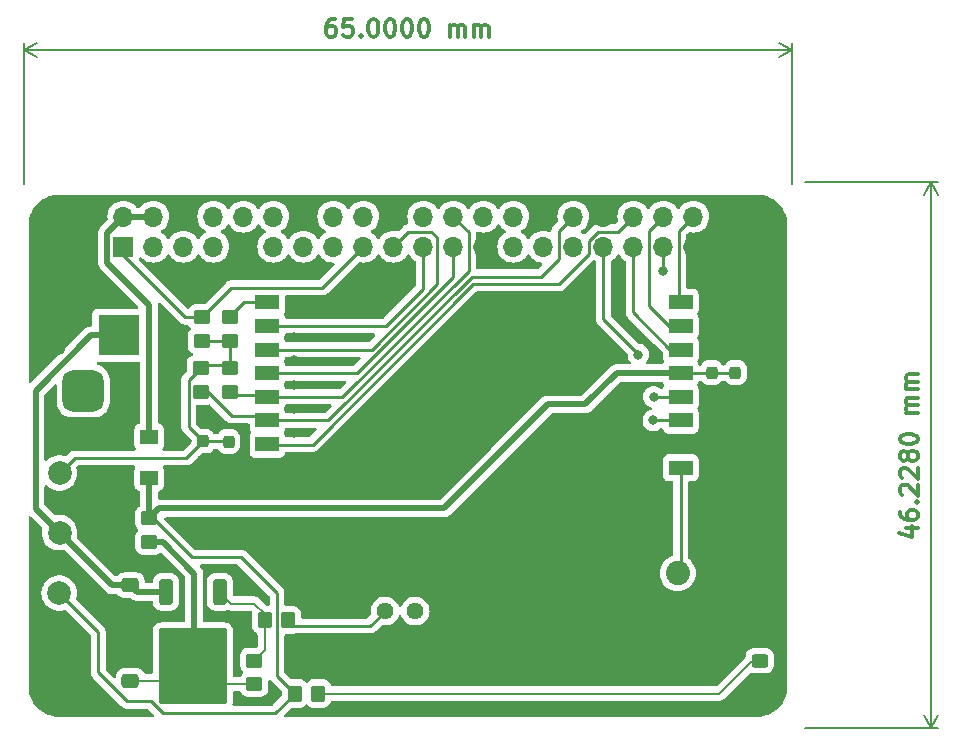
<source format=gbr>
G04 #@! TF.GenerationSoftware,KiCad,Pcbnew,7.0.9*
G04 #@! TF.CreationDate,2024-02-12T17:54:23+00:00*
G04 #@! TF.ProjectId,Radio HAT,52616469-6f20-4484-9154-2e6b69636164,v2*
G04 #@! TF.SameCoordinates,Original*
G04 #@! TF.FileFunction,Copper,L1,Top*
G04 #@! TF.FilePolarity,Positive*
%FSLAX46Y46*%
G04 Gerber Fmt 4.6, Leading zero omitted, Abs format (unit mm)*
G04 Created by KiCad (PCBNEW 7.0.9) date 2024-02-12 17:54:23*
%MOMM*%
%LPD*%
G01*
G04 APERTURE LIST*
G04 Aperture macros list*
%AMRoundRect*
0 Rectangle with rounded corners*
0 $1 Rounding radius*
0 $2 $3 $4 $5 $6 $7 $8 $9 X,Y pos of 4 corners*
0 Add a 4 corners polygon primitive as box body*
4,1,4,$2,$3,$4,$5,$6,$7,$8,$9,$2,$3,0*
0 Add four circle primitives for the rounded corners*
1,1,$1+$1,$2,$3*
1,1,$1+$1,$4,$5*
1,1,$1+$1,$6,$7*
1,1,$1+$1,$8,$9*
0 Add four rect primitives between the rounded corners*
20,1,$1+$1,$2,$3,$4,$5,0*
20,1,$1+$1,$4,$5,$6,$7,0*
20,1,$1+$1,$6,$7,$8,$9,0*
20,1,$1+$1,$8,$9,$2,$3,0*%
G04 Aperture macros list end*
%ADD10C,0.300000*%
G04 #@! TA.AperFunction,NonConductor*
%ADD11C,0.300000*%
G04 #@! TD*
G04 #@! TA.AperFunction,NonConductor*
%ADD12C,0.200000*%
G04 #@! TD*
G04 #@! TA.AperFunction,SMDPad,CuDef*
%ADD13RoundRect,0.250000X0.350000X0.450000X-0.350000X0.450000X-0.350000X-0.450000X0.350000X-0.450000X0*%
G04 #@! TD*
G04 #@! TA.AperFunction,SMDPad,CuDef*
%ADD14RoundRect,0.250000X0.450000X-0.350000X0.450000X0.350000X-0.450000X0.350000X-0.450000X-0.350000X0*%
G04 #@! TD*
G04 #@! TA.AperFunction,ComponentPad*
%ADD15C,2.000000*%
G04 #@! TD*
G04 #@! TA.AperFunction,ComponentPad*
%ADD16C,1.440000*%
G04 #@! TD*
G04 #@! TA.AperFunction,SMDPad,CuDef*
%ADD17RoundRect,0.250000X-0.475000X0.337500X-0.475000X-0.337500X0.475000X-0.337500X0.475000X0.337500X0*%
G04 #@! TD*
G04 #@! TA.AperFunction,SMDPad,CuDef*
%ADD18RoundRect,0.237500X-0.237500X0.300000X-0.237500X-0.300000X0.237500X-0.300000X0.237500X0.300000X0*%
G04 #@! TD*
G04 #@! TA.AperFunction,SMDPad,CuDef*
%ADD19RoundRect,0.237500X0.237500X-0.300000X0.237500X0.300000X-0.237500X0.300000X-0.237500X-0.300000X0*%
G04 #@! TD*
G04 #@! TA.AperFunction,SMDPad,CuDef*
%ADD20RoundRect,0.250000X-0.450000X0.350000X-0.450000X-0.350000X0.450000X-0.350000X0.450000X0.350000X0*%
G04 #@! TD*
G04 #@! TA.AperFunction,ComponentPad*
%ADD21C,2.050000*%
G04 #@! TD*
G04 #@! TA.AperFunction,ComponentPad*
%ADD22C,2.250000*%
G04 #@! TD*
G04 #@! TA.AperFunction,SMDPad,CuDef*
%ADD23RoundRect,0.250000X0.475000X-0.337500X0.475000X0.337500X-0.475000X0.337500X-0.475000X-0.337500X0*%
G04 #@! TD*
G04 #@! TA.AperFunction,ComponentPad*
%ADD24C,0.800000*%
G04 #@! TD*
G04 #@! TA.AperFunction,ComponentPad*
%ADD25C,5.400000*%
G04 #@! TD*
G04 #@! TA.AperFunction,ComponentPad*
%ADD26R,1.700000X1.700000*%
G04 #@! TD*
G04 #@! TA.AperFunction,ComponentPad*
%ADD27O,1.700000X1.700000*%
G04 #@! TD*
G04 #@! TA.AperFunction,SMDPad,CuDef*
%ADD28RoundRect,0.250000X-0.350000X0.850000X-0.350000X-0.850000X0.350000X-0.850000X0.350000X0.850000X0*%
G04 #@! TD*
G04 #@! TA.AperFunction,SMDPad,CuDef*
%ADD29RoundRect,0.250000X-1.125000X1.275000X-1.125000X-1.275000X1.125000X-1.275000X1.125000X1.275000X0*%
G04 #@! TD*
G04 #@! TA.AperFunction,SMDPad,CuDef*
%ADD30RoundRect,0.249997X-2.650003X2.950003X-2.650003X-2.950003X2.650003X-2.950003X2.650003X2.950003X0*%
G04 #@! TD*
G04 #@! TA.AperFunction,SMDPad,CuDef*
%ADD31R,2.000000X1.300000*%
G04 #@! TD*
G04 #@! TA.AperFunction,SMDPad,CuDef*
%ADD32R,11.500000X4.700000*%
G04 #@! TD*
G04 #@! TA.AperFunction,ComponentPad*
%ADD33R,3.500000X3.500000*%
G04 #@! TD*
G04 #@! TA.AperFunction,ComponentPad*
%ADD34RoundRect,0.750000X-0.750000X-1.000000X0.750000X-1.000000X0.750000X1.000000X-0.750000X1.000000X0*%
G04 #@! TD*
G04 #@! TA.AperFunction,ComponentPad*
%ADD35RoundRect,0.875000X-0.875000X-0.875000X0.875000X-0.875000X0.875000X0.875000X-0.875000X0.875000X0*%
G04 #@! TD*
G04 #@! TA.AperFunction,SMDPad,CuDef*
%ADD36R,1.500000X1.250000*%
G04 #@! TD*
G04 #@! TA.AperFunction,SMDPad,CuDef*
%ADD37RoundRect,0.250000X-0.350000X-0.450000X0.350000X-0.450000X0.350000X0.450000X-0.350000X0.450000X0*%
G04 #@! TD*
G04 #@! TA.AperFunction,SMDPad,CuDef*
%ADD38RoundRect,0.250000X-0.450000X0.325000X-0.450000X-0.325000X0.450000X-0.325000X0.450000X0.325000X0*%
G04 #@! TD*
G04 #@! TA.AperFunction,ViaPad*
%ADD39C,0.800000*%
G04 #@! TD*
G04 #@! TA.AperFunction,Conductor*
%ADD40C,0.500000*%
G04 #@! TD*
G04 #@! TA.AperFunction,Conductor*
%ADD41C,0.200000*%
G04 #@! TD*
G04 #@! TA.AperFunction,Conductor*
%ADD42C,0.250000*%
G04 #@! TD*
G04 APERTURE END LIST*
D10*
D11*
X177456328Y-128642284D02*
X178456328Y-128642284D01*
X176884900Y-128999426D02*
X177956328Y-129356569D01*
X177956328Y-129356569D02*
X177956328Y-128427998D01*
X176956328Y-127213713D02*
X176956328Y-127499427D01*
X176956328Y-127499427D02*
X177027757Y-127642284D01*
X177027757Y-127642284D02*
X177099185Y-127713713D01*
X177099185Y-127713713D02*
X177313471Y-127856570D01*
X177313471Y-127856570D02*
X177599185Y-127927998D01*
X177599185Y-127927998D02*
X178170614Y-127927998D01*
X178170614Y-127927998D02*
X178313471Y-127856570D01*
X178313471Y-127856570D02*
X178384900Y-127785141D01*
X178384900Y-127785141D02*
X178456328Y-127642284D01*
X178456328Y-127642284D02*
X178456328Y-127356570D01*
X178456328Y-127356570D02*
X178384900Y-127213713D01*
X178384900Y-127213713D02*
X178313471Y-127142284D01*
X178313471Y-127142284D02*
X178170614Y-127070855D01*
X178170614Y-127070855D02*
X177813471Y-127070855D01*
X177813471Y-127070855D02*
X177670614Y-127142284D01*
X177670614Y-127142284D02*
X177599185Y-127213713D01*
X177599185Y-127213713D02*
X177527757Y-127356570D01*
X177527757Y-127356570D02*
X177527757Y-127642284D01*
X177527757Y-127642284D02*
X177599185Y-127785141D01*
X177599185Y-127785141D02*
X177670614Y-127856570D01*
X177670614Y-127856570D02*
X177813471Y-127927998D01*
X178313471Y-126427999D02*
X178384900Y-126356570D01*
X178384900Y-126356570D02*
X178456328Y-126427999D01*
X178456328Y-126427999D02*
X178384900Y-126499427D01*
X178384900Y-126499427D02*
X178313471Y-126427999D01*
X178313471Y-126427999D02*
X178456328Y-126427999D01*
X177099185Y-125785141D02*
X177027757Y-125713713D01*
X177027757Y-125713713D02*
X176956328Y-125570856D01*
X176956328Y-125570856D02*
X176956328Y-125213713D01*
X176956328Y-125213713D02*
X177027757Y-125070856D01*
X177027757Y-125070856D02*
X177099185Y-124999427D01*
X177099185Y-124999427D02*
X177242042Y-124927998D01*
X177242042Y-124927998D02*
X177384900Y-124927998D01*
X177384900Y-124927998D02*
X177599185Y-124999427D01*
X177599185Y-124999427D02*
X178456328Y-125856570D01*
X178456328Y-125856570D02*
X178456328Y-124927998D01*
X177099185Y-124356570D02*
X177027757Y-124285142D01*
X177027757Y-124285142D02*
X176956328Y-124142285D01*
X176956328Y-124142285D02*
X176956328Y-123785142D01*
X176956328Y-123785142D02*
X177027757Y-123642285D01*
X177027757Y-123642285D02*
X177099185Y-123570856D01*
X177099185Y-123570856D02*
X177242042Y-123499427D01*
X177242042Y-123499427D02*
X177384900Y-123499427D01*
X177384900Y-123499427D02*
X177599185Y-123570856D01*
X177599185Y-123570856D02*
X178456328Y-124427999D01*
X178456328Y-124427999D02*
X178456328Y-123499427D01*
X177599185Y-122642285D02*
X177527757Y-122785142D01*
X177527757Y-122785142D02*
X177456328Y-122856571D01*
X177456328Y-122856571D02*
X177313471Y-122927999D01*
X177313471Y-122927999D02*
X177242042Y-122927999D01*
X177242042Y-122927999D02*
X177099185Y-122856571D01*
X177099185Y-122856571D02*
X177027757Y-122785142D01*
X177027757Y-122785142D02*
X176956328Y-122642285D01*
X176956328Y-122642285D02*
X176956328Y-122356571D01*
X176956328Y-122356571D02*
X177027757Y-122213714D01*
X177027757Y-122213714D02*
X177099185Y-122142285D01*
X177099185Y-122142285D02*
X177242042Y-122070856D01*
X177242042Y-122070856D02*
X177313471Y-122070856D01*
X177313471Y-122070856D02*
X177456328Y-122142285D01*
X177456328Y-122142285D02*
X177527757Y-122213714D01*
X177527757Y-122213714D02*
X177599185Y-122356571D01*
X177599185Y-122356571D02*
X177599185Y-122642285D01*
X177599185Y-122642285D02*
X177670614Y-122785142D01*
X177670614Y-122785142D02*
X177742042Y-122856571D01*
X177742042Y-122856571D02*
X177884900Y-122927999D01*
X177884900Y-122927999D02*
X178170614Y-122927999D01*
X178170614Y-122927999D02*
X178313471Y-122856571D01*
X178313471Y-122856571D02*
X178384900Y-122785142D01*
X178384900Y-122785142D02*
X178456328Y-122642285D01*
X178456328Y-122642285D02*
X178456328Y-122356571D01*
X178456328Y-122356571D02*
X178384900Y-122213714D01*
X178384900Y-122213714D02*
X178313471Y-122142285D01*
X178313471Y-122142285D02*
X178170614Y-122070856D01*
X178170614Y-122070856D02*
X177884900Y-122070856D01*
X177884900Y-122070856D02*
X177742042Y-122142285D01*
X177742042Y-122142285D02*
X177670614Y-122213714D01*
X177670614Y-122213714D02*
X177599185Y-122356571D01*
X176956328Y-121142285D02*
X176956328Y-120999428D01*
X176956328Y-120999428D02*
X177027757Y-120856571D01*
X177027757Y-120856571D02*
X177099185Y-120785143D01*
X177099185Y-120785143D02*
X177242042Y-120713714D01*
X177242042Y-120713714D02*
X177527757Y-120642285D01*
X177527757Y-120642285D02*
X177884900Y-120642285D01*
X177884900Y-120642285D02*
X178170614Y-120713714D01*
X178170614Y-120713714D02*
X178313471Y-120785143D01*
X178313471Y-120785143D02*
X178384900Y-120856571D01*
X178384900Y-120856571D02*
X178456328Y-120999428D01*
X178456328Y-120999428D02*
X178456328Y-121142285D01*
X178456328Y-121142285D02*
X178384900Y-121285143D01*
X178384900Y-121285143D02*
X178313471Y-121356571D01*
X178313471Y-121356571D02*
X178170614Y-121428000D01*
X178170614Y-121428000D02*
X177884900Y-121499428D01*
X177884900Y-121499428D02*
X177527757Y-121499428D01*
X177527757Y-121499428D02*
X177242042Y-121428000D01*
X177242042Y-121428000D02*
X177099185Y-121356571D01*
X177099185Y-121356571D02*
X177027757Y-121285143D01*
X177027757Y-121285143D02*
X176956328Y-121142285D01*
X178456328Y-118856572D02*
X177456328Y-118856572D01*
X177599185Y-118856572D02*
X177527757Y-118785143D01*
X177527757Y-118785143D02*
X177456328Y-118642286D01*
X177456328Y-118642286D02*
X177456328Y-118428000D01*
X177456328Y-118428000D02*
X177527757Y-118285143D01*
X177527757Y-118285143D02*
X177670614Y-118213715D01*
X177670614Y-118213715D02*
X178456328Y-118213715D01*
X177670614Y-118213715D02*
X177527757Y-118142286D01*
X177527757Y-118142286D02*
X177456328Y-117999429D01*
X177456328Y-117999429D02*
X177456328Y-117785143D01*
X177456328Y-117785143D02*
X177527757Y-117642286D01*
X177527757Y-117642286D02*
X177670614Y-117570857D01*
X177670614Y-117570857D02*
X178456328Y-117570857D01*
X178456328Y-116856572D02*
X177456328Y-116856572D01*
X177599185Y-116856572D02*
X177527757Y-116785143D01*
X177527757Y-116785143D02*
X177456328Y-116642286D01*
X177456328Y-116642286D02*
X177456328Y-116428000D01*
X177456328Y-116428000D02*
X177527757Y-116285143D01*
X177527757Y-116285143D02*
X177670614Y-116213715D01*
X177670614Y-116213715D02*
X178456328Y-116213715D01*
X177670614Y-116213715D02*
X177527757Y-116142286D01*
X177527757Y-116142286D02*
X177456328Y-115999429D01*
X177456328Y-115999429D02*
X177456328Y-115785143D01*
X177456328Y-115785143D02*
X177527757Y-115642286D01*
X177527757Y-115642286D02*
X177670614Y-115570857D01*
X177670614Y-115570857D02*
X178456328Y-115570857D01*
D12*
X168902000Y-145542000D02*
X180164420Y-145542000D01*
X168902000Y-99314000D02*
X180164420Y-99314000D01*
X179578000Y-145542000D02*
X179578000Y-99314000D01*
X179578000Y-145542000D02*
X179578000Y-99314000D01*
X179578000Y-145542000D02*
X178991579Y-144415496D01*
X179578000Y-145542000D02*
X180164421Y-144415496D01*
X179578000Y-99314000D02*
X180164421Y-100440504D01*
X179578000Y-99314000D02*
X178991579Y-100440504D01*
D10*
D11*
X129071764Y-85516328D02*
X128786049Y-85516328D01*
X128786049Y-85516328D02*
X128643192Y-85587757D01*
X128643192Y-85587757D02*
X128571764Y-85659185D01*
X128571764Y-85659185D02*
X128428906Y-85873471D01*
X128428906Y-85873471D02*
X128357478Y-86159185D01*
X128357478Y-86159185D02*
X128357478Y-86730614D01*
X128357478Y-86730614D02*
X128428906Y-86873471D01*
X128428906Y-86873471D02*
X128500335Y-86944900D01*
X128500335Y-86944900D02*
X128643192Y-87016328D01*
X128643192Y-87016328D02*
X128928906Y-87016328D01*
X128928906Y-87016328D02*
X129071764Y-86944900D01*
X129071764Y-86944900D02*
X129143192Y-86873471D01*
X129143192Y-86873471D02*
X129214621Y-86730614D01*
X129214621Y-86730614D02*
X129214621Y-86373471D01*
X129214621Y-86373471D02*
X129143192Y-86230614D01*
X129143192Y-86230614D02*
X129071764Y-86159185D01*
X129071764Y-86159185D02*
X128928906Y-86087757D01*
X128928906Y-86087757D02*
X128643192Y-86087757D01*
X128643192Y-86087757D02*
X128500335Y-86159185D01*
X128500335Y-86159185D02*
X128428906Y-86230614D01*
X128428906Y-86230614D02*
X128357478Y-86373471D01*
X130571763Y-85516328D02*
X129857477Y-85516328D01*
X129857477Y-85516328D02*
X129786049Y-86230614D01*
X129786049Y-86230614D02*
X129857477Y-86159185D01*
X129857477Y-86159185D02*
X130000335Y-86087757D01*
X130000335Y-86087757D02*
X130357477Y-86087757D01*
X130357477Y-86087757D02*
X130500335Y-86159185D01*
X130500335Y-86159185D02*
X130571763Y-86230614D01*
X130571763Y-86230614D02*
X130643192Y-86373471D01*
X130643192Y-86373471D02*
X130643192Y-86730614D01*
X130643192Y-86730614D02*
X130571763Y-86873471D01*
X130571763Y-86873471D02*
X130500335Y-86944900D01*
X130500335Y-86944900D02*
X130357477Y-87016328D01*
X130357477Y-87016328D02*
X130000335Y-87016328D01*
X130000335Y-87016328D02*
X129857477Y-86944900D01*
X129857477Y-86944900D02*
X129786049Y-86873471D01*
X131286048Y-86873471D02*
X131357477Y-86944900D01*
X131357477Y-86944900D02*
X131286048Y-87016328D01*
X131286048Y-87016328D02*
X131214620Y-86944900D01*
X131214620Y-86944900D02*
X131286048Y-86873471D01*
X131286048Y-86873471D02*
X131286048Y-87016328D01*
X132286049Y-85516328D02*
X132428906Y-85516328D01*
X132428906Y-85516328D02*
X132571763Y-85587757D01*
X132571763Y-85587757D02*
X132643192Y-85659185D01*
X132643192Y-85659185D02*
X132714620Y-85802042D01*
X132714620Y-85802042D02*
X132786049Y-86087757D01*
X132786049Y-86087757D02*
X132786049Y-86444900D01*
X132786049Y-86444900D02*
X132714620Y-86730614D01*
X132714620Y-86730614D02*
X132643192Y-86873471D01*
X132643192Y-86873471D02*
X132571763Y-86944900D01*
X132571763Y-86944900D02*
X132428906Y-87016328D01*
X132428906Y-87016328D02*
X132286049Y-87016328D01*
X132286049Y-87016328D02*
X132143192Y-86944900D01*
X132143192Y-86944900D02*
X132071763Y-86873471D01*
X132071763Y-86873471D02*
X132000334Y-86730614D01*
X132000334Y-86730614D02*
X131928906Y-86444900D01*
X131928906Y-86444900D02*
X131928906Y-86087757D01*
X131928906Y-86087757D02*
X132000334Y-85802042D01*
X132000334Y-85802042D02*
X132071763Y-85659185D01*
X132071763Y-85659185D02*
X132143192Y-85587757D01*
X132143192Y-85587757D02*
X132286049Y-85516328D01*
X133714620Y-85516328D02*
X133857477Y-85516328D01*
X133857477Y-85516328D02*
X134000334Y-85587757D01*
X134000334Y-85587757D02*
X134071763Y-85659185D01*
X134071763Y-85659185D02*
X134143191Y-85802042D01*
X134143191Y-85802042D02*
X134214620Y-86087757D01*
X134214620Y-86087757D02*
X134214620Y-86444900D01*
X134214620Y-86444900D02*
X134143191Y-86730614D01*
X134143191Y-86730614D02*
X134071763Y-86873471D01*
X134071763Y-86873471D02*
X134000334Y-86944900D01*
X134000334Y-86944900D02*
X133857477Y-87016328D01*
X133857477Y-87016328D02*
X133714620Y-87016328D01*
X133714620Y-87016328D02*
X133571763Y-86944900D01*
X133571763Y-86944900D02*
X133500334Y-86873471D01*
X133500334Y-86873471D02*
X133428905Y-86730614D01*
X133428905Y-86730614D02*
X133357477Y-86444900D01*
X133357477Y-86444900D02*
X133357477Y-86087757D01*
X133357477Y-86087757D02*
X133428905Y-85802042D01*
X133428905Y-85802042D02*
X133500334Y-85659185D01*
X133500334Y-85659185D02*
X133571763Y-85587757D01*
X133571763Y-85587757D02*
X133714620Y-85516328D01*
X135143191Y-85516328D02*
X135286048Y-85516328D01*
X135286048Y-85516328D02*
X135428905Y-85587757D01*
X135428905Y-85587757D02*
X135500334Y-85659185D01*
X135500334Y-85659185D02*
X135571762Y-85802042D01*
X135571762Y-85802042D02*
X135643191Y-86087757D01*
X135643191Y-86087757D02*
X135643191Y-86444900D01*
X135643191Y-86444900D02*
X135571762Y-86730614D01*
X135571762Y-86730614D02*
X135500334Y-86873471D01*
X135500334Y-86873471D02*
X135428905Y-86944900D01*
X135428905Y-86944900D02*
X135286048Y-87016328D01*
X135286048Y-87016328D02*
X135143191Y-87016328D01*
X135143191Y-87016328D02*
X135000334Y-86944900D01*
X135000334Y-86944900D02*
X134928905Y-86873471D01*
X134928905Y-86873471D02*
X134857476Y-86730614D01*
X134857476Y-86730614D02*
X134786048Y-86444900D01*
X134786048Y-86444900D02*
X134786048Y-86087757D01*
X134786048Y-86087757D02*
X134857476Y-85802042D01*
X134857476Y-85802042D02*
X134928905Y-85659185D01*
X134928905Y-85659185D02*
X135000334Y-85587757D01*
X135000334Y-85587757D02*
X135143191Y-85516328D01*
X136571762Y-85516328D02*
X136714619Y-85516328D01*
X136714619Y-85516328D02*
X136857476Y-85587757D01*
X136857476Y-85587757D02*
X136928905Y-85659185D01*
X136928905Y-85659185D02*
X137000333Y-85802042D01*
X137000333Y-85802042D02*
X137071762Y-86087757D01*
X137071762Y-86087757D02*
X137071762Y-86444900D01*
X137071762Y-86444900D02*
X137000333Y-86730614D01*
X137000333Y-86730614D02*
X136928905Y-86873471D01*
X136928905Y-86873471D02*
X136857476Y-86944900D01*
X136857476Y-86944900D02*
X136714619Y-87016328D01*
X136714619Y-87016328D02*
X136571762Y-87016328D01*
X136571762Y-87016328D02*
X136428905Y-86944900D01*
X136428905Y-86944900D02*
X136357476Y-86873471D01*
X136357476Y-86873471D02*
X136286047Y-86730614D01*
X136286047Y-86730614D02*
X136214619Y-86444900D01*
X136214619Y-86444900D02*
X136214619Y-86087757D01*
X136214619Y-86087757D02*
X136286047Y-85802042D01*
X136286047Y-85802042D02*
X136357476Y-85659185D01*
X136357476Y-85659185D02*
X136428905Y-85587757D01*
X136428905Y-85587757D02*
X136571762Y-85516328D01*
X138857475Y-87016328D02*
X138857475Y-86016328D01*
X138857475Y-86159185D02*
X138928904Y-86087757D01*
X138928904Y-86087757D02*
X139071761Y-86016328D01*
X139071761Y-86016328D02*
X139286047Y-86016328D01*
X139286047Y-86016328D02*
X139428904Y-86087757D01*
X139428904Y-86087757D02*
X139500333Y-86230614D01*
X139500333Y-86230614D02*
X139500333Y-87016328D01*
X139500333Y-86230614D02*
X139571761Y-86087757D01*
X139571761Y-86087757D02*
X139714618Y-86016328D01*
X139714618Y-86016328D02*
X139928904Y-86016328D01*
X139928904Y-86016328D02*
X140071761Y-86087757D01*
X140071761Y-86087757D02*
X140143190Y-86230614D01*
X140143190Y-86230614D02*
X140143190Y-87016328D01*
X140857475Y-87016328D02*
X140857475Y-86016328D01*
X140857475Y-86159185D02*
X140928904Y-86087757D01*
X140928904Y-86087757D02*
X141071761Y-86016328D01*
X141071761Y-86016328D02*
X141286047Y-86016328D01*
X141286047Y-86016328D02*
X141428904Y-86087757D01*
X141428904Y-86087757D02*
X141500333Y-86230614D01*
X141500333Y-86230614D02*
X141500333Y-87016328D01*
X141500333Y-86230614D02*
X141571761Y-86087757D01*
X141571761Y-86087757D02*
X141714618Y-86016328D01*
X141714618Y-86016328D02*
X141928904Y-86016328D01*
X141928904Y-86016328D02*
X142071761Y-86087757D01*
X142071761Y-86087757D02*
X142143190Y-86230614D01*
X142143190Y-86230614D02*
X142143190Y-87016328D01*
D12*
X102786048Y-99500000D02*
X102786048Y-87551580D01*
X167786048Y-99500000D02*
X167786048Y-87551580D01*
X102786048Y-88138000D02*
X167786048Y-88138000D01*
X102786048Y-88138000D02*
X167786048Y-88138000D01*
X102786048Y-88138000D02*
X103912552Y-87551579D01*
X102786048Y-88138000D02*
X103912552Y-88724421D01*
X167786048Y-88138000D02*
X166659544Y-88724421D01*
X167786048Y-88138000D02*
X166659544Y-87551579D01*
D13*
X127699524Y-142621000D03*
X125699524Y-142621000D03*
D14*
X113380524Y-129778000D03*
X113380524Y-127778000D03*
D15*
X105760524Y-134112000D03*
X105760524Y-139065000D03*
D14*
X122270524Y-141827000D03*
X122270524Y-139827000D03*
D16*
X130810000Y-135636000D03*
X133350000Y-135636000D03*
X135890000Y-135636000D03*
D14*
X120238524Y-117062000D03*
X120238524Y-115062000D03*
D17*
X111786044Y-133462500D03*
X111786044Y-135537500D03*
D18*
X117952524Y-121258500D03*
X117952524Y-122983500D03*
D19*
X161005524Y-115443000D03*
X161005524Y-113718000D03*
D20*
X117825524Y-110760000D03*
X117825524Y-112760000D03*
D21*
X158132044Y-132431000D03*
D22*
X155592044Y-129891000D03*
X155592044Y-134971000D03*
X160672044Y-129891000D03*
X160672044Y-134971000D03*
D23*
X111786044Y-141537500D03*
X111786044Y-139462500D03*
D24*
X162261044Y-103500000D03*
X162854153Y-102068109D03*
X162854153Y-104931891D03*
X164286044Y-101475000D03*
D25*
X164286044Y-103500000D03*
D24*
X164286044Y-105525000D03*
X165717935Y-102068109D03*
X165717935Y-104931891D03*
X166311044Y-103500000D03*
D26*
X111186044Y-104790000D03*
D27*
X111186044Y-102250000D03*
X113726044Y-104790000D03*
X113726044Y-102250000D03*
X116266044Y-104790000D03*
X116266044Y-102250000D03*
X118806044Y-104790000D03*
X118806044Y-102250000D03*
X121346044Y-104790000D03*
X121346044Y-102250000D03*
X123886044Y-104790000D03*
X123886044Y-102250000D03*
X126426044Y-104790000D03*
X126426044Y-102250000D03*
X128966044Y-104790000D03*
X128966044Y-102250000D03*
X131506044Y-104790000D03*
X131506044Y-102250000D03*
X134046044Y-104790000D03*
X134046044Y-102250000D03*
X136586044Y-104790000D03*
X136586044Y-102250000D03*
X139126044Y-104790000D03*
X139126044Y-102250000D03*
X141666044Y-104790000D03*
X141666044Y-102250000D03*
X144206044Y-104790000D03*
X144206044Y-102250000D03*
X146746044Y-104790000D03*
X146746044Y-102250000D03*
X149286044Y-104790000D03*
X149286044Y-102250000D03*
X151826044Y-104790000D03*
X151826044Y-102250000D03*
X154366044Y-104790000D03*
X154366044Y-102250000D03*
X156906044Y-104790000D03*
X156906044Y-102250000D03*
X159446044Y-104790000D03*
X159446044Y-102250000D03*
D28*
X119346044Y-134000000D03*
D29*
X118591044Y-138625000D03*
X115541044Y-138625000D03*
D30*
X117066044Y-140300000D03*
D29*
X118591044Y-141975000D03*
X115541044Y-141975000D03*
D28*
X114786044Y-134000000D03*
D14*
X117738524Y-117062000D03*
X117738524Y-115062000D03*
X120192800Y-112744000D03*
X120192800Y-110744000D03*
D31*
X158386044Y-123500000D03*
X158386044Y-121500000D03*
X158386044Y-119500000D03*
X158386044Y-117500000D03*
X158386044Y-115500000D03*
X158386044Y-113500000D03*
X158386044Y-111500000D03*
X158386044Y-109500000D03*
X123386044Y-109500000D03*
X123386044Y-111500000D03*
X123386044Y-113500000D03*
X123386044Y-115500000D03*
X123386044Y-117500000D03*
X123386044Y-119500000D03*
X123386044Y-121500000D03*
X123386044Y-123500000D03*
D32*
X143818544Y-114750000D03*
D33*
X110786044Y-112300000D03*
D34*
X104786044Y-112300000D03*
D35*
X107786044Y-117000000D03*
D19*
X163005524Y-115443000D03*
X163005524Y-113718000D03*
D36*
X113380524Y-124354000D03*
X113380524Y-120904000D03*
D37*
X123159524Y-136398000D03*
X125159524Y-136398000D03*
D38*
X165069524Y-137795000D03*
X165069524Y-139845000D03*
D15*
X105786044Y-123952000D03*
D18*
X120111524Y-121285000D03*
X120111524Y-123010000D03*
D15*
X105786044Y-129000000D03*
D24*
X104261044Y-103500000D03*
X104854153Y-102068109D03*
X104854153Y-104931891D03*
X106286044Y-101475000D03*
D25*
X106286044Y-103500000D03*
D24*
X106286044Y-105525000D03*
X107717935Y-102068109D03*
X107717935Y-104931891D03*
X108311044Y-103500000D03*
D39*
X115151985Y-113650962D03*
X115151985Y-117714962D03*
X137280000Y-139065000D03*
X151532044Y-132431000D03*
X107918000Y-144000000D03*
X166751000Y-111125000D03*
X166751000Y-113125000D03*
X125603000Y-120523000D03*
X134527000Y-124460000D03*
X144748000Y-108966000D03*
X140754044Y-111000000D03*
X154559000Y-124460000D03*
X166786044Y-107000000D03*
X144786044Y-111000000D03*
X133280000Y-139065000D03*
X146527000Y-124460000D03*
X125603000Y-112395000D03*
X132527000Y-124460000D03*
X158528000Y-141351000D03*
X154532044Y-131431000D03*
X148527000Y-124460000D03*
X151532044Y-130431000D03*
X166786044Y-109000000D03*
X148786044Y-111000000D03*
X126527000Y-124460000D03*
X142786044Y-111000000D03*
X125614615Y-114415638D03*
X109666044Y-120523000D03*
X142527000Y-124460000D03*
X125603000Y-116459000D03*
X109918000Y-144000000D03*
X151003000Y-114808000D03*
X124458956Y-129032000D03*
X104013000Y-142113000D03*
X164751000Y-111125000D03*
X146786044Y-111000000D03*
X164751000Y-113125000D03*
X103786044Y-109000000D03*
X131182956Y-139065000D03*
X160532044Y-132431000D03*
X161532044Y-131431000D03*
X144081000Y-118364000D03*
X138527000Y-124460000D03*
X138049000Y-118364000D03*
X122562000Y-129032000D03*
X128527000Y-124460000D03*
X164786044Y-107000000D03*
X154532044Y-133431000D03*
X163532044Y-134431000D03*
X130556000Y-129032000D03*
X151532044Y-134431000D03*
X154532044Y-132431000D03*
X142621000Y-141351000D03*
X148528000Y-141351000D03*
X152528000Y-141351000D03*
X148532044Y-136431000D03*
X150532044Y-128431000D03*
X125603000Y-110363000D03*
X130527000Y-124460000D03*
X115163600Y-111607600D03*
X146786044Y-109000000D03*
X163532044Y-128431000D03*
X126556000Y-129032000D03*
X143532044Y-134431000D03*
X151003000Y-112808000D03*
X144532044Y-128431000D03*
X154528000Y-141351000D03*
X129286000Y-139065000D03*
X142748000Y-108966000D03*
X164786044Y-109000000D03*
X163532044Y-126431000D03*
X128556000Y-129032000D03*
X163532044Y-132431000D03*
X152527000Y-124460000D03*
X153162000Y-108966000D03*
X136398000Y-114586000D03*
X146532044Y-128431000D03*
X115163600Y-115744316D03*
X144527000Y-124460000D03*
X136527000Y-124460000D03*
X142081000Y-118364000D03*
X123698000Y-143129000D03*
X135280000Y-139065000D03*
X143532044Y-130431000D03*
X144532044Y-136431000D03*
X156528000Y-141351000D03*
X121412000Y-137414000D03*
X161532044Y-133431000D03*
X150528000Y-141351000D03*
X163532044Y-130431000D03*
X144431000Y-141351000D03*
X107569000Y-120523000D03*
X160528000Y-141351000D03*
X146431000Y-141351000D03*
X161532044Y-132431000D03*
X107891956Y-142113000D03*
X143532044Y-132431000D03*
X148532044Y-128431000D03*
X105672044Y-120523000D03*
X136398000Y-116586000D03*
X146532044Y-136431000D03*
X148786044Y-109000000D03*
X150532044Y-136431000D03*
X105918000Y-144000000D03*
X125614615Y-118552354D03*
X150527000Y-124460000D03*
X155532044Y-132431000D03*
X105891956Y-142113000D03*
X156052524Y-119500000D03*
X154782524Y-113919000D03*
X156906044Y-106807000D03*
X156077524Y-117500000D03*
D40*
X113380524Y-129778000D02*
X114507524Y-129778000D01*
X117190524Y-132461000D02*
X117190524Y-140175520D01*
D41*
X118593044Y-141827000D02*
X121959044Y-141827000D01*
D40*
X114507524Y-129778000D02*
X117190524Y-132461000D01*
D41*
X111786044Y-141537500D02*
X115103544Y-141537500D01*
D42*
X143818544Y-114750000D02*
X135068544Y-123500000D01*
X135068544Y-123500000D02*
X123386044Y-123500000D01*
D40*
X103759000Y-126972956D02*
X103759000Y-116967000D01*
X108426000Y-112300000D02*
X110786044Y-112300000D01*
X103759000Y-116967000D02*
X108426000Y-112300000D01*
X112323544Y-134000000D02*
X111786044Y-133462500D01*
X111786044Y-133462500D02*
X110248544Y-133462500D01*
X110248544Y-133462500D02*
X105786044Y-129000000D01*
X114786044Y-134000000D02*
X112323544Y-134000000D01*
X105786044Y-129000000D02*
X103759000Y-126972956D01*
X152947524Y-115500000D02*
X150297524Y-118150000D01*
D42*
X162821524Y-115500000D02*
X163005524Y-115316000D01*
X125699524Y-142621000D02*
X124206000Y-141127476D01*
X113681000Y-127778000D02*
X113380524Y-127778000D01*
X158386044Y-115500000D02*
X162821524Y-115500000D01*
X114523524Y-144272000D02*
X124048524Y-144272000D01*
X111494524Y-143275000D02*
X113526524Y-143275000D01*
D40*
X150297524Y-118150000D02*
X147122524Y-118150000D01*
D42*
X109061044Y-140841519D02*
X111494524Y-143275000D01*
X109061044Y-137412520D02*
X109061044Y-140841519D01*
D40*
X147122524Y-118150000D02*
X138322524Y-126950000D01*
X114208524Y-126950000D02*
X113380524Y-127778000D01*
D42*
X113526524Y-143275000D02*
X114523524Y-144272000D01*
X124048524Y-144272000D02*
X125699524Y-142621000D01*
X121158000Y-131064000D02*
X116967000Y-131064000D01*
D40*
X113380524Y-127778000D02*
X113380524Y-124354000D01*
D42*
X124206000Y-141127476D02*
X124206000Y-134112000D01*
D40*
X138322524Y-126950000D02*
X114208524Y-126950000D01*
D42*
X116967000Y-131064000D02*
X113681000Y-127778000D01*
D40*
X158386044Y-115500000D02*
X152947524Y-115500000D01*
D42*
X124206000Y-134112000D02*
X121158000Y-131064000D01*
X105760524Y-134112000D02*
X109061044Y-137412520D01*
X148051524Y-107950000D02*
X140810739Y-107950000D01*
X150591524Y-105410000D02*
X148051524Y-107950000D01*
X150591524Y-104267000D02*
X150591524Y-105410000D01*
X127221739Y-121539000D02*
X123425044Y-121539000D01*
X154366044Y-102250000D02*
X153111044Y-103505000D01*
X153111044Y-103505000D02*
X151353524Y-103505000D01*
X151353524Y-103505000D02*
X150591524Y-104267000D01*
X140810739Y-107950000D02*
X127221739Y-121539000D01*
X157510739Y-113500000D02*
X154366044Y-110355305D01*
X154366044Y-110355305D02*
X154366044Y-104790000D01*
X155671524Y-109785480D02*
X155671524Y-103484520D01*
X158386044Y-111500000D02*
X157386044Y-111500000D01*
X157386044Y-111500000D02*
X155671524Y-109785480D01*
X155671524Y-103484520D02*
X156906044Y-102250000D01*
X158211524Y-103484520D02*
X159446044Y-102250000D01*
X158211524Y-109325480D02*
X158211524Y-103484520D01*
X137761044Y-104009520D02*
X137761044Y-107953480D01*
X132214524Y-113500000D02*
X123386044Y-113500000D01*
X137256524Y-103505000D02*
X137761044Y-104009520D01*
X135331044Y-103505000D02*
X137256524Y-103505000D01*
X137761044Y-107953480D02*
X132214524Y-113500000D01*
X134046044Y-104790000D02*
X135331044Y-103505000D01*
X136586044Y-104790000D02*
X136586044Y-108366480D01*
X136586044Y-108366480D02*
X133452524Y-111500000D01*
X133452524Y-111500000D02*
X123386044Y-111500000D01*
X151826044Y-110932044D02*
X151826044Y-104790000D01*
X154782524Y-113888524D02*
X151826044Y-110932044D01*
X154782524Y-113919000D02*
X154782524Y-113888524D01*
X156052524Y-119500000D02*
X158386044Y-119500000D01*
X130976524Y-115500000D02*
X123386044Y-115500000D01*
X139126044Y-104790000D02*
X139126044Y-107350480D01*
X139126044Y-107350480D02*
X130976524Y-115500000D01*
X120238524Y-117062000D02*
X120524524Y-117348000D01*
X123234044Y-117348000D02*
X123386044Y-117500000D01*
X129738524Y-117500000D02*
X123386044Y-117500000D01*
X139126044Y-102250000D02*
X140431524Y-103555480D01*
X140431524Y-103555480D02*
X140431524Y-106807000D01*
X120524524Y-117348000D02*
X123234044Y-117348000D01*
X140431524Y-106807000D02*
X129738524Y-117500000D01*
X123012044Y-119126000D02*
X123386044Y-119500000D01*
X149286044Y-102250000D02*
X148051524Y-103484520D01*
X148051524Y-103484520D02*
X148051524Y-105791000D01*
X128500524Y-119500000D02*
X123386044Y-119500000D01*
X120396000Y-119126000D02*
X123012044Y-119126000D01*
X118332000Y-117062000D02*
X120396000Y-119126000D01*
X148051524Y-105791000D02*
X146527524Y-107315000D01*
X146527524Y-107315000D02*
X140685524Y-107315000D01*
X140685524Y-107315000D02*
X128500524Y-119500000D01*
X117738524Y-117062000D02*
X118332000Y-117062000D01*
X156906044Y-106807000D02*
X156906044Y-104790000D01*
X156077524Y-117500000D02*
X158386044Y-117500000D01*
X158386044Y-132177000D02*
X158132044Y-132431000D01*
X158386044Y-123500000D02*
X158386044Y-132177000D01*
X117825524Y-112760000D02*
X120238524Y-112760000D01*
X120238524Y-115062000D02*
X120238524Y-112760000D01*
X120085024Y-121258500D02*
X120111524Y-121285000D01*
X107056044Y-122682000D02*
X116529024Y-122682000D01*
X116713524Y-120019500D02*
X116713524Y-116087000D01*
X117952524Y-114808000D02*
X120085024Y-114808000D01*
X105786044Y-123952000D02*
X107056044Y-122682000D01*
X117952524Y-121258500D02*
X116713524Y-120019500D01*
X116713524Y-116087000D02*
X117738524Y-115062000D01*
X116529024Y-122682000D02*
X117952524Y-121258500D01*
X117952524Y-121258500D02*
X120085024Y-121258500D01*
D41*
X123159524Y-135890000D02*
X123159524Y-138938000D01*
X122269524Y-135000000D02*
X123159524Y-135890000D01*
X123159524Y-138938000D02*
X122597524Y-139500000D01*
X120346044Y-135000000D02*
X122269524Y-135000000D01*
X119346044Y-134000000D02*
X120346044Y-135000000D01*
D40*
X113380524Y-109728000D02*
X109824524Y-106172000D01*
X109824524Y-106172000D02*
X109824524Y-103611520D01*
X111186044Y-102250000D02*
X113726044Y-102250000D01*
X109824524Y-103611520D02*
X110691070Y-102744974D01*
X113380524Y-120904000D02*
X113380524Y-109728000D01*
D42*
X132080000Y-136906000D02*
X133223000Y-135763000D01*
X125585524Y-136808000D02*
X125585524Y-136824000D01*
X125585524Y-136824000D02*
X125667524Y-136906000D01*
X125667524Y-136906000D02*
X132080000Y-136906000D01*
X123386044Y-109500000D02*
X121371524Y-109500000D01*
X121371524Y-109500000D02*
X120111524Y-110760000D01*
X131506044Y-104790000D02*
X128021044Y-108275000D01*
X111186044Y-105501520D02*
X116444524Y-110760000D01*
X116444524Y-110760000D02*
X117825524Y-110760000D01*
X120310524Y-108275000D02*
X117825524Y-110760000D01*
X111186044Y-104790000D02*
X111186044Y-105501520D01*
X128021044Y-108275000D02*
X120310524Y-108275000D01*
D41*
X127699524Y-142621000D02*
X161640524Y-142621000D01*
X164416524Y-139845000D02*
X165069524Y-139845000D01*
X161640524Y-142621000D02*
X164416524Y-139845000D01*
G04 #@! TA.AperFunction,Conductor*
G36*
X112142609Y-123327185D02*
G01*
X112188364Y-123379989D01*
X112198308Y-123449147D01*
X112188723Y-123477947D01*
X112189827Y-123478359D01*
X112136432Y-123621517D01*
X112130025Y-123681116D01*
X112130025Y-123681123D01*
X112130024Y-123681135D01*
X112130024Y-125026870D01*
X112130025Y-125026876D01*
X112136432Y-125086483D01*
X112186726Y-125221328D01*
X112186730Y-125221335D01*
X112272976Y-125336544D01*
X112272979Y-125336547D01*
X112388188Y-125422793D01*
X112388195Y-125422797D01*
X112523041Y-125473091D01*
X112530586Y-125474874D01*
X112530047Y-125477151D01*
X112583811Y-125499408D01*
X112623671Y-125556793D01*
X112630024Y-125595975D01*
X112630024Y-126662362D01*
X112610339Y-126729401D01*
X112571122Y-126767899D01*
X112502812Y-126810033D01*
X112461866Y-126835289D01*
X112337813Y-126959342D01*
X112245711Y-127108663D01*
X112245710Y-127108666D01*
X112190525Y-127275203D01*
X112190525Y-127275204D01*
X112190524Y-127275204D01*
X112180024Y-127377983D01*
X112180024Y-128178001D01*
X112180025Y-128178019D01*
X112190524Y-128280796D01*
X112190525Y-128280799D01*
X112245709Y-128447331D01*
X112245711Y-128447336D01*
X112337813Y-128596657D01*
X112431475Y-128690319D01*
X112464960Y-128751642D01*
X112459976Y-128821334D01*
X112431475Y-128865681D01*
X112337813Y-128959342D01*
X112245711Y-129108663D01*
X112245710Y-129108666D01*
X112190525Y-129275203D01*
X112190525Y-129275204D01*
X112190524Y-129275204D01*
X112180024Y-129377983D01*
X112180024Y-130178001D01*
X112180025Y-130178019D01*
X112190524Y-130280796D01*
X112190525Y-130280799D01*
X112242277Y-130436973D01*
X112245710Y-130447334D01*
X112337812Y-130596656D01*
X112461868Y-130720712D01*
X112611190Y-130812814D01*
X112777727Y-130867999D01*
X112880515Y-130878500D01*
X113880532Y-130878499D01*
X113880540Y-130878498D01*
X113880543Y-130878498D01*
X113936826Y-130872748D01*
X113983321Y-130867999D01*
X114149858Y-130812814D01*
X114271206Y-130737966D01*
X114338595Y-130719527D01*
X114405259Y-130740449D01*
X114423981Y-130755825D01*
X116403705Y-132735549D01*
X116437190Y-132796872D01*
X116440024Y-132823230D01*
X116440024Y-136475500D01*
X116420339Y-136542539D01*
X116367535Y-136588294D01*
X116316024Y-136599500D01*
X114366024Y-136599500D01*
X114263242Y-136610001D01*
X114096710Y-136665184D01*
X114096699Y-136665189D01*
X113947390Y-136757285D01*
X113947386Y-136757288D01*
X113823332Y-136881342D01*
X113823329Y-136881346D01*
X113731233Y-137030655D01*
X113731228Y-137030666D01*
X113676045Y-137197198D01*
X113665544Y-137299980D01*
X113665544Y-140813000D01*
X113645859Y-140880039D01*
X113593055Y-140925794D01*
X113541544Y-140937000D01*
X113049812Y-140937000D01*
X112982773Y-140917315D01*
X112944273Y-140878097D01*
X112938283Y-140868385D01*
X112853756Y-140731344D01*
X112729700Y-140607288D01*
X112636932Y-140550069D01*
X112580380Y-140515187D01*
X112580375Y-140515185D01*
X112578906Y-140514698D01*
X112413841Y-140460001D01*
X112413839Y-140460000D01*
X112311054Y-140449500D01*
X111261042Y-140449500D01*
X111261024Y-140449501D01*
X111158247Y-140460000D01*
X111158244Y-140460001D01*
X110991712Y-140515185D01*
X110991707Y-140515187D01*
X110842386Y-140607289D01*
X110718333Y-140731342D01*
X110626231Y-140880663D01*
X110626229Y-140880668D01*
X110613030Y-140920500D01*
X110571045Y-141047203D01*
X110571045Y-141047204D01*
X110571044Y-141047204D01*
X110560544Y-141149983D01*
X110560544Y-141157066D01*
X110540859Y-141224105D01*
X110488055Y-141269860D01*
X110418897Y-141279804D01*
X110355341Y-141250779D01*
X110348863Y-141244747D01*
X109722863Y-140618747D01*
X109689378Y-140557424D01*
X109686544Y-140531066D01*
X109686544Y-137495258D01*
X109688268Y-137479644D01*
X109687982Y-137479617D01*
X109688716Y-137471854D01*
X109687737Y-137440710D01*
X109686544Y-137402723D01*
X109686544Y-137373170D01*
X109685673Y-137366279D01*
X109685216Y-137360465D01*
X109684178Y-137327437D01*
X109683753Y-137313893D01*
X109679710Y-137299980D01*
X109678166Y-137294664D01*
X109674218Y-137275604D01*
X109671708Y-137255728D01*
X109654551Y-137212395D01*
X109652663Y-137206879D01*
X109639663Y-137162132D01*
X109629462Y-137144883D01*
X109620904Y-137127414D01*
X109613530Y-137108788D01*
X109613527Y-137108784D01*
X109613527Y-137108783D01*
X109586142Y-137071091D01*
X109582934Y-137066207D01*
X109559216Y-137026102D01*
X109559207Y-137026091D01*
X109545049Y-137011933D01*
X109532414Y-136997140D01*
X109520637Y-136980932D01*
X109484737Y-136951233D01*
X109480425Y-136947310D01*
X107224184Y-134691069D01*
X107190699Y-134629746D01*
X107191659Y-134572950D01*
X107245632Y-134359821D01*
X107253186Y-134268656D01*
X107266167Y-134112005D01*
X107266167Y-134111994D01*
X107245633Y-133864187D01*
X107245631Y-133864175D01*
X107184587Y-133623118D01*
X107084697Y-133395393D01*
X106948690Y-133187217D01*
X106868399Y-133099998D01*
X106780268Y-133004262D01*
X106584033Y-132851526D01*
X106584031Y-132851525D01*
X106584030Y-132851524D01*
X106365335Y-132733172D01*
X106365326Y-132733169D01*
X106130140Y-132652429D01*
X105884859Y-132611500D01*
X105636189Y-132611500D01*
X105390907Y-132652429D01*
X105155721Y-132733169D01*
X105155712Y-132733172D01*
X104937017Y-132851524D01*
X104740781Y-133004261D01*
X104572357Y-133187217D01*
X104436350Y-133395393D01*
X104336460Y-133623118D01*
X104275416Y-133864175D01*
X104275414Y-133864187D01*
X104254881Y-134111994D01*
X104254881Y-134112005D01*
X104275414Y-134359812D01*
X104275416Y-134359824D01*
X104336460Y-134600881D01*
X104436350Y-134828606D01*
X104572357Y-135036782D01*
X104572360Y-135036785D01*
X104740780Y-135219738D01*
X104937015Y-135372474D01*
X105155714Y-135490828D01*
X105390910Y-135571571D01*
X105636189Y-135612500D01*
X105884859Y-135612500D01*
X106130138Y-135571571D01*
X106209811Y-135544218D01*
X106279606Y-135541068D01*
X106337753Y-135573819D01*
X108399225Y-137635291D01*
X108432710Y-137696614D01*
X108435544Y-137722972D01*
X108435544Y-140758774D01*
X108433819Y-140774391D01*
X108434105Y-140774418D01*
X108433370Y-140782184D01*
X108435544Y-140851333D01*
X108435544Y-140880862D01*
X108435545Y-140880879D01*
X108436412Y-140887750D01*
X108436870Y-140893569D01*
X108438334Y-140940143D01*
X108438335Y-140940146D01*
X108443924Y-140959386D01*
X108447868Y-140978430D01*
X108450380Y-140998311D01*
X108467534Y-141041638D01*
X108469426Y-141047166D01*
X108476481Y-141071449D01*
X108482426Y-141091909D01*
X108488689Y-141102500D01*
X108492624Y-141109153D01*
X108501182Y-141126622D01*
X108508558Y-141145251D01*
X108535942Y-141182942D01*
X108539150Y-141187826D01*
X108562871Y-141227935D01*
X108562877Y-141227943D01*
X108577034Y-141242099D01*
X108589672Y-141256895D01*
X108601449Y-141273105D01*
X108601450Y-141273106D01*
X108637353Y-141302807D01*
X108641664Y-141306729D01*
X110634939Y-143300006D01*
X110993721Y-143658788D01*
X111003546Y-143671051D01*
X111003767Y-143670869D01*
X111008738Y-143676878D01*
X111034741Y-143701295D01*
X111059159Y-143724226D01*
X111080053Y-143745120D01*
X111085535Y-143749373D01*
X111089967Y-143753157D01*
X111123942Y-143785062D01*
X111141500Y-143794714D01*
X111157759Y-143805395D01*
X111173588Y-143817673D01*
X111216362Y-143836182D01*
X111221580Y-143838738D01*
X111262432Y-143861197D01*
X111281840Y-143866180D01*
X111300241Y-143872480D01*
X111318628Y-143880437D01*
X111362012Y-143887308D01*
X111364643Y-143887725D01*
X111370363Y-143888909D01*
X111415505Y-143900500D01*
X111435540Y-143900500D01*
X111454938Y-143902026D01*
X111474718Y-143905159D01*
X111474719Y-143905160D01*
X111474719Y-143905159D01*
X111474720Y-143905160D01*
X111521108Y-143900775D01*
X111526946Y-143900500D01*
X113216072Y-143900500D01*
X113283111Y-143920185D01*
X113303753Y-143936819D01*
X113773752Y-144406819D01*
X113807237Y-144468142D01*
X113802253Y-144537834D01*
X113760381Y-144593767D01*
X113694917Y-144618184D01*
X113686071Y-144618500D01*
X105787816Y-144618500D01*
X105784336Y-144618402D01*
X105496368Y-144602216D01*
X105489454Y-144601437D01*
X105206848Y-144553408D01*
X105200065Y-144551860D01*
X104924597Y-144472488D01*
X104918030Y-144470190D01*
X104653185Y-144360478D01*
X104646916Y-144357459D01*
X104396023Y-144218787D01*
X104390132Y-144215085D01*
X104156345Y-144049198D01*
X104150905Y-144044860D01*
X103937148Y-143853832D01*
X103932234Y-143848918D01*
X103748812Y-143643666D01*
X103741212Y-143635161D01*
X103736881Y-143629730D01*
X103570982Y-143395919D01*
X103567289Y-143390040D01*
X103517535Y-143300019D01*
X103428614Y-143139130D01*
X103425604Y-143132879D01*
X103315890Y-142868019D01*
X103313595Y-142861459D01*
X103311038Y-142852585D01*
X103234231Y-142586000D01*
X103232683Y-142579217D01*
X103184657Y-142296593D01*
X103183877Y-142289679D01*
X103167646Y-142000799D01*
X103167548Y-141997320D01*
X103167548Y-127742234D01*
X103187233Y-127675195D01*
X103240037Y-127629440D01*
X103309195Y-127619496D01*
X103372751Y-127648521D01*
X103379229Y-127654553D01*
X104286662Y-128561985D01*
X104320147Y-128623308D01*
X104319187Y-128680106D01*
X104300935Y-128752182D01*
X104280401Y-128999994D01*
X104280401Y-129000005D01*
X104300934Y-129247812D01*
X104300936Y-129247824D01*
X104361980Y-129488881D01*
X104461870Y-129716606D01*
X104597877Y-129924782D01*
X104597880Y-129924785D01*
X104766300Y-130107738D01*
X104962535Y-130260474D01*
X105181234Y-130378828D01*
X105416430Y-130459571D01*
X105661709Y-130500500D01*
X105910379Y-130500500D01*
X106046403Y-130477802D01*
X106117202Y-130465988D01*
X106186567Y-130474370D01*
X106225292Y-130500616D01*
X109672814Y-133948138D01*
X109684595Y-133961770D01*
X109698932Y-133981028D01*
X109698933Y-133981029D01*
X109698934Y-133981030D01*
X109708016Y-133988650D01*
X109738953Y-134014611D01*
X109742941Y-134018266D01*
X109748760Y-134024085D01*
X109748764Y-134024088D01*
X109748767Y-134024091D01*
X109774503Y-134044440D01*
X109833330Y-134093802D01*
X109833331Y-134093802D01*
X109833333Y-134093804D01*
X109839362Y-134097770D01*
X109839329Y-134097819D01*
X109845691Y-134101872D01*
X109845723Y-134101821D01*
X109851863Y-134105608D01*
X109851867Y-134105611D01*
X109886676Y-134121843D01*
X109921485Y-134138075D01*
X109987708Y-134171333D01*
X109990111Y-134172540D01*
X109990113Y-134172540D01*
X109996901Y-134175011D01*
X109996880Y-134175067D01*
X110004001Y-134177543D01*
X110004020Y-134177486D01*
X110010866Y-134179754D01*
X110010871Y-134179757D01*
X110010876Y-134179758D01*
X110010879Y-134179759D01*
X110083445Y-134194742D01*
X110086109Y-134195292D01*
X110160823Y-134213000D01*
X110160826Y-134213000D01*
X110160830Y-134213001D01*
X110167997Y-134213839D01*
X110167990Y-134213898D01*
X110175488Y-134214664D01*
X110175494Y-134214605D01*
X110182683Y-134215234D01*
X110182687Y-134215233D01*
X110182688Y-134215234D01*
X110259461Y-134213000D01*
X110614796Y-134213000D01*
X110681835Y-134232685D01*
X110712575Y-134263997D01*
X110713851Y-134262989D01*
X110718332Y-134268656D01*
X110842388Y-134392712D01*
X110991710Y-134484814D01*
X111158247Y-134539999D01*
X111261035Y-134550500D01*
X111766638Y-134550499D01*
X111833677Y-134570183D01*
X111843540Y-134577226D01*
X111846948Y-134579919D01*
X111849503Y-134581940D01*
X111871012Y-134599988D01*
X111908333Y-134631305D01*
X111914362Y-134635270D01*
X111914329Y-134635319D01*
X111920691Y-134639372D01*
X111920723Y-134639321D01*
X111926863Y-134643108D01*
X111926867Y-134643111D01*
X111961676Y-134659343D01*
X111996485Y-134675575D01*
X112040084Y-134697471D01*
X112065111Y-134710040D01*
X112065113Y-134710040D01*
X112071901Y-134712511D01*
X112071880Y-134712567D01*
X112079001Y-134715043D01*
X112079020Y-134714986D01*
X112085866Y-134717254D01*
X112085871Y-134717257D01*
X112085876Y-134717258D01*
X112085879Y-134717259D01*
X112161109Y-134732792D01*
X112235823Y-134750500D01*
X112235826Y-134750500D01*
X112235830Y-134750501D01*
X112242997Y-134751339D01*
X112242990Y-134751398D01*
X112250488Y-134752164D01*
X112250494Y-134752105D01*
X112257683Y-134752734D01*
X112257687Y-134752733D01*
X112257688Y-134752734D01*
X112334461Y-134750500D01*
X113561545Y-134750500D01*
X113628584Y-134770185D01*
X113674339Y-134822989D01*
X113685545Y-134874500D01*
X113685545Y-134900018D01*
X113696044Y-135002796D01*
X113696045Y-135002799D01*
X113736543Y-135125011D01*
X113751230Y-135169334D01*
X113843332Y-135318656D01*
X113967388Y-135442712D01*
X114116710Y-135534814D01*
X114283247Y-135589999D01*
X114386035Y-135600500D01*
X115186052Y-135600499D01*
X115186060Y-135600498D01*
X115186063Y-135600498D01*
X115242346Y-135594748D01*
X115288841Y-135589999D01*
X115455378Y-135534814D01*
X115604700Y-135442712D01*
X115728756Y-135318656D01*
X115820858Y-135169334D01*
X115876043Y-135002797D01*
X115886544Y-134900009D01*
X115886543Y-133099992D01*
X115876043Y-132997203D01*
X115820858Y-132830666D01*
X115728756Y-132681344D01*
X115604700Y-132557288D01*
X115484222Y-132482977D01*
X115455380Y-132465187D01*
X115455375Y-132465185D01*
X115453906Y-132464698D01*
X115288841Y-132410001D01*
X115288839Y-132410000D01*
X115186054Y-132399500D01*
X114386042Y-132399500D01*
X114386024Y-132399501D01*
X114283247Y-132410000D01*
X114283244Y-132410001D01*
X114116712Y-132465185D01*
X114116707Y-132465187D01*
X113967386Y-132557289D01*
X113843333Y-132681342D01*
X113751231Y-132830663D01*
X113751229Y-132830668D01*
X113726978Y-132903853D01*
X113696045Y-132997203D01*
X113696045Y-132997204D01*
X113696044Y-132997204D01*
X113685544Y-133099983D01*
X113685544Y-133125500D01*
X113665859Y-133192539D01*
X113613055Y-133238294D01*
X113561544Y-133249500D01*
X113135543Y-133249500D01*
X113068504Y-133229815D01*
X113022749Y-133177011D01*
X113011543Y-133125500D01*
X113011543Y-133074998D01*
X113011542Y-133074981D01*
X113001043Y-132972203D01*
X113001042Y-132972200D01*
X112978394Y-132903853D01*
X112945858Y-132805666D01*
X112853756Y-132656344D01*
X112729700Y-132532288D01*
X112580378Y-132440186D01*
X112413841Y-132385001D01*
X112413839Y-132385000D01*
X112311054Y-132374500D01*
X111261042Y-132374500D01*
X111261024Y-132374501D01*
X111158247Y-132385000D01*
X111158244Y-132385001D01*
X110991712Y-132440185D01*
X110991707Y-132440187D01*
X110842386Y-132532289D01*
X110718332Y-132656343D01*
X110713851Y-132662011D01*
X110712028Y-132660569D01*
X110668379Y-132699825D01*
X110614796Y-132712000D01*
X110610774Y-132712000D01*
X110543735Y-132692315D01*
X110523093Y-132675681D01*
X107285425Y-129438013D01*
X107251940Y-129376690D01*
X107252901Y-129319890D01*
X107271150Y-129247829D01*
X107271151Y-129247824D01*
X107271152Y-129247821D01*
X107291687Y-129000000D01*
X107288318Y-128959344D01*
X107271153Y-128752187D01*
X107271151Y-128752175D01*
X107210107Y-128511118D01*
X107110217Y-128283393D01*
X106974210Y-128075217D01*
X106952601Y-128051744D01*
X106805788Y-127892262D01*
X106609553Y-127739526D01*
X106609551Y-127739525D01*
X106609550Y-127739524D01*
X106390855Y-127621172D01*
X106390846Y-127621169D01*
X106155660Y-127540429D01*
X105910379Y-127499500D01*
X105661709Y-127499500D01*
X105454885Y-127534011D01*
X105385520Y-127525629D01*
X105346795Y-127499383D01*
X104545819Y-126698407D01*
X104512334Y-126637084D01*
X104509500Y-126610726D01*
X104509500Y-125098563D01*
X104529185Y-125031524D01*
X104581989Y-124985769D01*
X104651147Y-124975825D01*
X104714703Y-125004850D01*
X104724722Y-125014572D01*
X104766300Y-125059738D01*
X104962535Y-125212474D01*
X105181234Y-125330828D01*
X105416430Y-125411571D01*
X105661709Y-125452500D01*
X105910379Y-125452500D01*
X106155658Y-125411571D01*
X106390854Y-125330828D01*
X106609553Y-125212474D01*
X106805788Y-125059738D01*
X106974208Y-124876785D01*
X107110217Y-124668607D01*
X107210107Y-124440881D01*
X107271152Y-124199821D01*
X107271313Y-124197876D01*
X107291687Y-123952005D01*
X107291687Y-123951994D01*
X107271153Y-123704187D01*
X107271152Y-123704183D01*
X107271152Y-123704179D01*
X107265316Y-123681135D01*
X107250219Y-123621516D01*
X107217180Y-123491049D01*
X107219804Y-123421232D01*
X107249707Y-123372927D01*
X107278820Y-123343816D01*
X107340144Y-123310333D01*
X107366498Y-123307500D01*
X112075570Y-123307500D01*
X112142609Y-123327185D01*
G37*
G04 #@! TD.AperFunction*
G04 #@! TA.AperFunction,Conductor*
G36*
X164722190Y-100381502D02*
G01*
X164731211Y-100381501D01*
X164731216Y-100381503D01*
X164784334Y-100381500D01*
X164787783Y-100381596D01*
X165075777Y-100397756D01*
X165082669Y-100398531D01*
X165365320Y-100446543D01*
X165372090Y-100448088D01*
X165647584Y-100527446D01*
X165654130Y-100529736D01*
X165919011Y-100639445D01*
X165925258Y-100642453D01*
X166148696Y-100765936D01*
X166176178Y-100781124D01*
X166182070Y-100784826D01*
X166415875Y-100950714D01*
X166421311Y-100955048D01*
X166507231Y-101031829D01*
X166635069Y-101146070D01*
X166639990Y-101150990D01*
X166831020Y-101364750D01*
X166835359Y-101370190D01*
X167001253Y-101603997D01*
X167004955Y-101609889D01*
X167143619Y-101860787D01*
X167146638Y-101867056D01*
X167256344Y-102131918D01*
X167258642Y-102138486D01*
X167337997Y-102413951D01*
X167339546Y-102420735D01*
X167387560Y-102703373D01*
X167388339Y-102710287D01*
X167404450Y-102997320D01*
X167404547Y-103000796D01*
X167404546Y-103064818D01*
X167404548Y-103064843D01*
X167404548Y-141940619D01*
X167404546Y-141940648D01*
X167404547Y-141998277D01*
X167404450Y-142001753D01*
X167388287Y-142289706D01*
X167387508Y-142296620D01*
X167339495Y-142579253D01*
X167337946Y-142586037D01*
X167258593Y-142861496D01*
X167256295Y-142868064D01*
X167146594Y-143132917D01*
X167143575Y-143139186D01*
X167004908Y-143390088D01*
X167001206Y-143395980D01*
X166835315Y-143629782D01*
X166830977Y-143635222D01*
X166639963Y-143848964D01*
X166635042Y-143853884D01*
X166421277Y-144044911D01*
X166415837Y-144049250D01*
X166182042Y-144215129D01*
X166176150Y-144218831D01*
X165925241Y-144357497D01*
X165918975Y-144360514D01*
X165807176Y-144406819D01*
X165654128Y-144470208D01*
X165647560Y-144472506D01*
X165372089Y-144551857D01*
X165365305Y-144553405D01*
X165082678Y-144601414D01*
X165075763Y-144602192D01*
X164786880Y-144618402D01*
X164783404Y-144618499D01*
X164744607Y-144618497D01*
X164731216Y-144618497D01*
X164731215Y-144618497D01*
X164722190Y-144618497D01*
X164722150Y-144618500D01*
X124885976Y-144618500D01*
X124818937Y-144598815D01*
X124773182Y-144546011D01*
X124763238Y-144476853D01*
X124792263Y-144413297D01*
X124798295Y-144406819D01*
X125347295Y-143857818D01*
X125408618Y-143824333D01*
X125434976Y-143821499D01*
X126099526Y-143821499D01*
X126099532Y-143821499D01*
X126202321Y-143810999D01*
X126368858Y-143755814D01*
X126518180Y-143663712D01*
X126611843Y-143570049D01*
X126673166Y-143536564D01*
X126742858Y-143541548D01*
X126787205Y-143570049D01*
X126880868Y-143663712D01*
X127030190Y-143755814D01*
X127196727Y-143810999D01*
X127299515Y-143821500D01*
X128099532Y-143821499D01*
X128099540Y-143821498D01*
X128099543Y-143821498D01*
X128173589Y-143813934D01*
X128202321Y-143810999D01*
X128368858Y-143755814D01*
X128518180Y-143663712D01*
X128642236Y-143539656D01*
X128734338Y-143390334D01*
X128762119Y-143306495D01*
X128801892Y-143249051D01*
X128866408Y-143222228D01*
X128879825Y-143221500D01*
X161597096Y-143221500D01*
X161605194Y-143222030D01*
X161640524Y-143226682D01*
X161640525Y-143226682D01*
X161692778Y-143219802D01*
X161797286Y-143206044D01*
X161943365Y-143145536D01*
X161975329Y-143121009D01*
X162068806Y-143049282D01*
X162090507Y-143020999D01*
X162095835Y-143014922D01*
X164212875Y-140897882D01*
X164274196Y-140864399D01*
X164339556Y-140867858D01*
X164466727Y-140909999D01*
X164569515Y-140920500D01*
X165569532Y-140920499D01*
X165569540Y-140920498D01*
X165569543Y-140920498D01*
X165626487Y-140914681D01*
X165672321Y-140909999D01*
X165838858Y-140854814D01*
X165988180Y-140762712D01*
X166112236Y-140638656D01*
X166204338Y-140489334D01*
X166259523Y-140322797D01*
X166270024Y-140220009D01*
X166270023Y-139469992D01*
X166265630Y-139426991D01*
X166259523Y-139367203D01*
X166259522Y-139367200D01*
X166204338Y-139200666D01*
X166112236Y-139051344D01*
X165988180Y-138927288D01*
X165838858Y-138835186D01*
X165672321Y-138780001D01*
X165672319Y-138780000D01*
X165569534Y-138769500D01*
X164569522Y-138769500D01*
X164569504Y-138769501D01*
X164466727Y-138780000D01*
X164466724Y-138780001D01*
X164300192Y-138835185D01*
X164300187Y-138835187D01*
X164150866Y-138927289D01*
X164026813Y-139051342D01*
X163934711Y-139200663D01*
X163934710Y-139200666D01*
X163879525Y-139367203D01*
X163879525Y-139367204D01*
X163879524Y-139367204D01*
X163869024Y-139469983D01*
X163869024Y-139491902D01*
X163849339Y-139558941D01*
X163832705Y-139579583D01*
X161428108Y-141984181D01*
X161366785Y-142017666D01*
X161340427Y-142020500D01*
X128879825Y-142020500D01*
X128812786Y-142000815D01*
X128767031Y-141948011D01*
X128762119Y-141935504D01*
X128734338Y-141851666D01*
X128642236Y-141702344D01*
X128518180Y-141578288D01*
X128413783Y-141513896D01*
X128368860Y-141486187D01*
X128368855Y-141486185D01*
X128367386Y-141485698D01*
X128202321Y-141431001D01*
X128202319Y-141431000D01*
X128099534Y-141420500D01*
X127299522Y-141420500D01*
X127299504Y-141420501D01*
X127196727Y-141431000D01*
X127196724Y-141431001D01*
X127030192Y-141486185D01*
X127030187Y-141486187D01*
X126880866Y-141578289D01*
X126787205Y-141671951D01*
X126725882Y-141705436D01*
X126656190Y-141700452D01*
X126611843Y-141671951D01*
X126518181Y-141578289D01*
X126518180Y-141578288D01*
X126413783Y-141513896D01*
X126368860Y-141486187D01*
X126368855Y-141486185D01*
X126367386Y-141485698D01*
X126202321Y-141431001D01*
X126202319Y-141431000D01*
X126099540Y-141420500D01*
X126099533Y-141420500D01*
X125434977Y-141420500D01*
X125367938Y-141400815D01*
X125347296Y-141384181D01*
X124867819Y-140904704D01*
X124834334Y-140843381D01*
X124831500Y-140817023D01*
X124831500Y-137722499D01*
X124851185Y-137655460D01*
X124903989Y-137609705D01*
X124955500Y-137598499D01*
X125559526Y-137598499D01*
X125559532Y-137598499D01*
X125662321Y-137587999D01*
X125812004Y-137538399D01*
X125813830Y-137537794D01*
X125852834Y-137531500D01*
X131997257Y-137531500D01*
X132012877Y-137533224D01*
X132012904Y-137532939D01*
X132020660Y-137533671D01*
X132020667Y-137533673D01*
X132089814Y-137531500D01*
X132119350Y-137531500D01*
X132126228Y-137530630D01*
X132132041Y-137530172D01*
X132178627Y-137528709D01*
X132197869Y-137523117D01*
X132216912Y-137519174D01*
X132236792Y-137516664D01*
X132280122Y-137499507D01*
X132285646Y-137497617D01*
X132289396Y-137496527D01*
X132330390Y-137484618D01*
X132347629Y-137474422D01*
X132365103Y-137465862D01*
X132383727Y-137458488D01*
X132383727Y-137458487D01*
X132383732Y-137458486D01*
X132421449Y-137431082D01*
X132426305Y-137427892D01*
X132466420Y-137404170D01*
X132480589Y-137389999D01*
X132495379Y-137377368D01*
X132511587Y-137365594D01*
X132541299Y-137329676D01*
X132545212Y-137325376D01*
X133000498Y-136870090D01*
X133061820Y-136836607D01*
X133120271Y-136837998D01*
X133137253Y-136842549D01*
X133289215Y-136855844D01*
X133349998Y-136861162D01*
X133350000Y-136861162D01*
X133350002Y-136861162D01*
X133403186Y-136856508D01*
X133562747Y-136842549D01*
X133769030Y-136787276D01*
X133962581Y-136697021D01*
X134137519Y-136574529D01*
X134288529Y-136423519D01*
X134411021Y-136248581D01*
X134501276Y-136055030D01*
X134501280Y-136055013D01*
X134503130Y-136049936D01*
X134505253Y-136050709D01*
X134536576Y-135999305D01*
X134599419Y-135968766D01*
X134668796Y-135977050D01*
X134722680Y-136021528D01*
X134735827Y-136050315D01*
X134736870Y-136049936D01*
X134738722Y-136055022D01*
X134738724Y-136055030D01*
X134781171Y-136146058D01*
X134828977Y-136248578D01*
X134951472Y-136423521D01*
X135102478Y-136574527D01*
X135102481Y-136574529D01*
X135277419Y-136697021D01*
X135277421Y-136697022D01*
X135277420Y-136697022D01*
X135341936Y-136727106D01*
X135470970Y-136787276D01*
X135677253Y-136842549D01*
X135829215Y-136855844D01*
X135889998Y-136861162D01*
X135890000Y-136861162D01*
X135890002Y-136861162D01*
X135943186Y-136856508D01*
X136102747Y-136842549D01*
X136309030Y-136787276D01*
X136502581Y-136697021D01*
X136677519Y-136574529D01*
X136828529Y-136423519D01*
X136951021Y-136248581D01*
X137041276Y-136055030D01*
X137096549Y-135848747D01*
X137115162Y-135636000D01*
X137114520Y-135628666D01*
X137107007Y-135542786D01*
X137096549Y-135423253D01*
X137041276Y-135216970D01*
X136951021Y-135023419D01*
X136828529Y-134848481D01*
X136828527Y-134848478D01*
X136677521Y-134697472D01*
X136502578Y-134574977D01*
X136502579Y-134574977D01*
X136373547Y-134514809D01*
X136309030Y-134484724D01*
X136309026Y-134484723D01*
X136309022Y-134484721D01*
X136102752Y-134429452D01*
X136102748Y-134429451D01*
X136102747Y-134429451D01*
X136102746Y-134429450D01*
X136102741Y-134429450D01*
X135890002Y-134410838D01*
X135889998Y-134410838D01*
X135677258Y-134429450D01*
X135677247Y-134429452D01*
X135470977Y-134484721D01*
X135470968Y-134484725D01*
X135277421Y-134574977D01*
X135102478Y-134697472D01*
X134951472Y-134848478D01*
X134828977Y-135023421D01*
X134738725Y-135216968D01*
X134736870Y-135222064D01*
X134734749Y-135221292D01*
X134703406Y-135272710D01*
X134640558Y-135303237D01*
X134571183Y-135294939D01*
X134517307Y-135250452D01*
X134504169Y-135221685D01*
X134503130Y-135222064D01*
X134501279Y-135216983D01*
X134501276Y-135216970D01*
X134411021Y-135023419D01*
X134288529Y-134848481D01*
X134288527Y-134848478D01*
X134137521Y-134697472D01*
X133962578Y-134574977D01*
X133962579Y-134574977D01*
X133833547Y-134514809D01*
X133769030Y-134484724D01*
X133769026Y-134484723D01*
X133769022Y-134484721D01*
X133562752Y-134429452D01*
X133562748Y-134429451D01*
X133562747Y-134429451D01*
X133562746Y-134429450D01*
X133562741Y-134429450D01*
X133350002Y-134410838D01*
X133349998Y-134410838D01*
X133137258Y-134429450D01*
X133137247Y-134429452D01*
X132930977Y-134484721D01*
X132930968Y-134484725D01*
X132737421Y-134574977D01*
X132562478Y-134697472D01*
X132411472Y-134848478D01*
X132288977Y-135023421D01*
X132198725Y-135216968D01*
X132198721Y-135216977D01*
X132143452Y-135423247D01*
X132143450Y-135423258D01*
X132124838Y-135635998D01*
X132124838Y-135636000D01*
X132143450Y-135848741D01*
X132143453Y-135848757D01*
X132148001Y-135865732D01*
X132146335Y-135935582D01*
X132115906Y-135985501D01*
X131857226Y-136244182D01*
X131795906Y-136277666D01*
X131769547Y-136280500D01*
X126384023Y-136280500D01*
X126316984Y-136260815D01*
X126271229Y-136208011D01*
X126260023Y-136156500D01*
X126260023Y-135897998D01*
X126260022Y-135897981D01*
X126249523Y-135795203D01*
X126249522Y-135795200D01*
X126231942Y-135742147D01*
X126194338Y-135628666D01*
X126102236Y-135479344D01*
X125978180Y-135355288D01*
X125828858Y-135263186D01*
X125662321Y-135208001D01*
X125662319Y-135208000D01*
X125559540Y-135197500D01*
X125559533Y-135197500D01*
X124955500Y-135197500D01*
X124888461Y-135177815D01*
X124842706Y-135125011D01*
X124831500Y-135073500D01*
X124831500Y-134194742D01*
X124833224Y-134179122D01*
X124832939Y-134179096D01*
X124833671Y-134171340D01*
X124833673Y-134171333D01*
X124831500Y-134102185D01*
X124831500Y-134072650D01*
X124830631Y-134065772D01*
X124830172Y-134059943D01*
X124828709Y-134013372D01*
X124823122Y-133994144D01*
X124819174Y-133975084D01*
X124816664Y-133955208D01*
X124816663Y-133955206D01*
X124816663Y-133955204D01*
X124799512Y-133911887D01*
X124797619Y-133906358D01*
X124784618Y-133861609D01*
X124784616Y-133861606D01*
X124774423Y-133844371D01*
X124765861Y-133826894D01*
X124758487Y-133808270D01*
X124758486Y-133808268D01*
X124731079Y-133770545D01*
X124727888Y-133765686D01*
X124704172Y-133725583D01*
X124704165Y-133725574D01*
X124690006Y-133711415D01*
X124677368Y-133696619D01*
X124665594Y-133680413D01*
X124651765Y-133668973D01*
X124629688Y-133650709D01*
X124625376Y-133646786D01*
X123409590Y-132431000D01*
X156601827Y-132431000D01*
X156620667Y-132670382D01*
X156676718Y-132903853D01*
X156676722Y-132903865D01*
X156768609Y-133125702D01*
X156894070Y-133330436D01*
X156894072Y-133330439D01*
X157050017Y-133513027D01*
X157232605Y-133668972D01*
X157232607Y-133668973D01*
X157437341Y-133794434D01*
X157515707Y-133826894D01*
X157659181Y-133886323D01*
X157892665Y-133942377D01*
X158132044Y-133961217D01*
X158371423Y-133942377D01*
X158604907Y-133886323D01*
X158826748Y-133794433D01*
X159031483Y-133668972D01*
X159214071Y-133513027D01*
X159370016Y-133330439D01*
X159495477Y-133125704D01*
X159495562Y-133125500D01*
X159545780Y-133004262D01*
X159587367Y-132903863D01*
X159643421Y-132670379D01*
X159662261Y-132431000D01*
X159643421Y-132191621D01*
X159587367Y-131958137D01*
X159535552Y-131833047D01*
X159495478Y-131736297D01*
X159370017Y-131531563D01*
X159370016Y-131531561D01*
X159214071Y-131348973D01*
X159055011Y-131213123D01*
X159016819Y-131154617D01*
X159011544Y-131118834D01*
X159011544Y-124774499D01*
X159031229Y-124707460D01*
X159084033Y-124661705D01*
X159135544Y-124650499D01*
X159433915Y-124650499D01*
X159433916Y-124650499D01*
X159493527Y-124644091D01*
X159628375Y-124593796D01*
X159743590Y-124507546D01*
X159829840Y-124392331D01*
X159880135Y-124257483D01*
X159886544Y-124197873D01*
X159886543Y-122802128D01*
X159880135Y-122742517D01*
X159829840Y-122607669D01*
X159829839Y-122607668D01*
X159829837Y-122607664D01*
X159743591Y-122492455D01*
X159743588Y-122492452D01*
X159628379Y-122406206D01*
X159628372Y-122406202D01*
X159493526Y-122355908D01*
X159493527Y-122355908D01*
X159433927Y-122349501D01*
X159433925Y-122349500D01*
X159433917Y-122349500D01*
X159433908Y-122349500D01*
X157338173Y-122349500D01*
X157338167Y-122349501D01*
X157278560Y-122355908D01*
X157143715Y-122406202D01*
X157143708Y-122406206D01*
X157028499Y-122492452D01*
X157028496Y-122492455D01*
X156942250Y-122607664D01*
X156942246Y-122607671D01*
X156891952Y-122742517D01*
X156885545Y-122802116D01*
X156885545Y-122802123D01*
X156885544Y-122802135D01*
X156885544Y-124197870D01*
X156885545Y-124197876D01*
X156891952Y-124257483D01*
X156942246Y-124392328D01*
X156942250Y-124392335D01*
X157028496Y-124507544D01*
X157028499Y-124507547D01*
X157143708Y-124593793D01*
X157143715Y-124593797D01*
X157188662Y-124610561D01*
X157278561Y-124644091D01*
X157338171Y-124650500D01*
X157636544Y-124650499D01*
X157703583Y-124670183D01*
X157749338Y-124722987D01*
X157760544Y-124774499D01*
X157760544Y-130853587D01*
X157740859Y-130920626D01*
X157688055Y-130966381D01*
X157665498Y-130974159D01*
X157659189Y-130975673D01*
X157437341Y-131067565D01*
X157232607Y-131193026D01*
X157050017Y-131348973D01*
X156894070Y-131531563D01*
X156768609Y-131736297D01*
X156676722Y-131958134D01*
X156676718Y-131958146D01*
X156620667Y-132191617D01*
X156601827Y-132431000D01*
X123409590Y-132431000D01*
X121658803Y-130680212D01*
X121648980Y-130667950D01*
X121648759Y-130668134D01*
X121643786Y-130662123D01*
X121593364Y-130614773D01*
X121582919Y-130604328D01*
X121572475Y-130593883D01*
X121566986Y-130589625D01*
X121562561Y-130585847D01*
X121528582Y-130553938D01*
X121528580Y-130553936D01*
X121528577Y-130553935D01*
X121511029Y-130544288D01*
X121494763Y-130533604D01*
X121478933Y-130521325D01*
X121436168Y-130502818D01*
X121430922Y-130500248D01*
X121390093Y-130477803D01*
X121390092Y-130477802D01*
X121370693Y-130472822D01*
X121352281Y-130466518D01*
X121333898Y-130458562D01*
X121333892Y-130458560D01*
X121287874Y-130451272D01*
X121282152Y-130450087D01*
X121237021Y-130438500D01*
X121237019Y-130438500D01*
X121216984Y-130438500D01*
X121197586Y-130436973D01*
X121190162Y-130435797D01*
X121177805Y-130433840D01*
X121177804Y-130433840D01*
X121131416Y-130438225D01*
X121125578Y-130438500D01*
X117277452Y-130438500D01*
X117210413Y-130418815D01*
X117189771Y-130402181D01*
X114699772Y-127912181D01*
X114666287Y-127850858D01*
X114671271Y-127781166D01*
X114713143Y-127725233D01*
X114778607Y-127700816D01*
X114787453Y-127700500D01*
X138258819Y-127700500D01*
X138276789Y-127701809D01*
X138300547Y-127705289D01*
X138352592Y-127700735D01*
X138357994Y-127700500D01*
X138366228Y-127700500D01*
X138366233Y-127700500D01*
X138377851Y-127699141D01*
X138398800Y-127696693D01*
X138411552Y-127695577D01*
X138475321Y-127689999D01*
X138475329Y-127689996D01*
X138482390Y-127688539D01*
X138482402Y-127688598D01*
X138489767Y-127686965D01*
X138489753Y-127686906D01*
X138496770Y-127685241D01*
X138496779Y-127685241D01*
X138568947Y-127658974D01*
X138641858Y-127634814D01*
X138641867Y-127634807D01*
X138648406Y-127631760D01*
X138648432Y-127631816D01*
X138655214Y-127628532D01*
X138655187Y-127628478D01*
X138661630Y-127625240D01*
X138661641Y-127625237D01*
X138725807Y-127583034D01*
X138791180Y-127542712D01*
X138791186Y-127542705D01*
X138796849Y-127538229D01*
X138796886Y-127538277D01*
X138802728Y-127533518D01*
X138802688Y-127533471D01*
X138808215Y-127528832D01*
X138808220Y-127528830D01*
X138836002Y-127499383D01*
X138860910Y-127472981D01*
X147397072Y-118936819D01*
X147458395Y-118903334D01*
X147484753Y-118900500D01*
X150233819Y-118900500D01*
X150251789Y-118901809D01*
X150275547Y-118905289D01*
X150327592Y-118900735D01*
X150332994Y-118900500D01*
X150341228Y-118900500D01*
X150341233Y-118900500D01*
X150352851Y-118899141D01*
X150373800Y-118896693D01*
X150386552Y-118895577D01*
X150450321Y-118889999D01*
X150450329Y-118889996D01*
X150457390Y-118888539D01*
X150457402Y-118888598D01*
X150464767Y-118886965D01*
X150464753Y-118886906D01*
X150471770Y-118885241D01*
X150471779Y-118885241D01*
X150543947Y-118858974D01*
X150616858Y-118834814D01*
X150616867Y-118834807D01*
X150623406Y-118831760D01*
X150623432Y-118831816D01*
X150630214Y-118828532D01*
X150630187Y-118828478D01*
X150636630Y-118825240D01*
X150636641Y-118825237D01*
X150700807Y-118783034D01*
X150766180Y-118742712D01*
X150766186Y-118742705D01*
X150771849Y-118738229D01*
X150771887Y-118738277D01*
X150777724Y-118733522D01*
X150777685Y-118733475D01*
X150783220Y-118728830D01*
X150835909Y-118672982D01*
X153222073Y-116286819D01*
X153283396Y-116253334D01*
X153309754Y-116250500D01*
X156803253Y-116250500D01*
X156870292Y-116270185D01*
X156916047Y-116322989D01*
X156919435Y-116331167D01*
X156942246Y-116392328D01*
X156942247Y-116392330D01*
X156967220Y-116425690D01*
X156991636Y-116491155D01*
X156976784Y-116559428D01*
X156967220Y-116574310D01*
X156942247Y-116607669D01*
X156942246Y-116607671D01*
X156891952Y-116742516D01*
X156891191Y-116749602D01*
X156864452Y-116814153D01*
X156807058Y-116853999D01*
X156737233Y-116856491D01*
X156688885Y-116830611D01*
X156688653Y-116830932D01*
X156686327Y-116829242D01*
X156684931Y-116828495D01*
X156683398Y-116827116D01*
X156683395Y-116827112D01*
X156596190Y-116763754D01*
X156530258Y-116715851D01*
X156530253Y-116715848D01*
X156357331Y-116638857D01*
X156357326Y-116638855D01*
X156210602Y-116607669D01*
X156172170Y-116599500D01*
X155982878Y-116599500D01*
X155950421Y-116606398D01*
X155797721Y-116638855D01*
X155797716Y-116638857D01*
X155624794Y-116715848D01*
X155624789Y-116715851D01*
X155471653Y-116827111D01*
X155344990Y-116967785D01*
X155250345Y-117131715D01*
X155250342Y-117131722D01*
X155214658Y-117241548D01*
X155191850Y-117311744D01*
X155172064Y-117500000D01*
X155191850Y-117688256D01*
X155191851Y-117688259D01*
X155250342Y-117868277D01*
X155250345Y-117868284D01*
X155344991Y-118032216D01*
X155457597Y-118157277D01*
X155471653Y-118172888D01*
X155624789Y-118284148D01*
X155624794Y-118284151D01*
X155797716Y-118361142D01*
X155797717Y-118361142D01*
X155797721Y-118361144D01*
X155845634Y-118371328D01*
X155867862Y-118376053D01*
X155929344Y-118409245D01*
X155963121Y-118470408D01*
X155958469Y-118540123D01*
X155916865Y-118596255D01*
X155867863Y-118618633D01*
X155772721Y-118638855D01*
X155772716Y-118638857D01*
X155599794Y-118715848D01*
X155599789Y-118715851D01*
X155446653Y-118827111D01*
X155319990Y-118967785D01*
X155225345Y-119131715D01*
X155225342Y-119131722D01*
X155166851Y-119311740D01*
X155166850Y-119311744D01*
X155147064Y-119500000D01*
X155166850Y-119688256D01*
X155166851Y-119688259D01*
X155225342Y-119868277D01*
X155225345Y-119868284D01*
X155319991Y-120032216D01*
X155409698Y-120131845D01*
X155446653Y-120172888D01*
X155599789Y-120284148D01*
X155599794Y-120284151D01*
X155772716Y-120361142D01*
X155772721Y-120361144D01*
X155957878Y-120400500D01*
X155957879Y-120400500D01*
X156147168Y-120400500D01*
X156147170Y-120400500D01*
X156332327Y-120361144D01*
X156505254Y-120284151D01*
X156658395Y-120172888D01*
X156661312Y-120169647D01*
X156664124Y-120166526D01*
X156723611Y-120129879D01*
X156756272Y-120125500D01*
X156766380Y-120125500D01*
X156833419Y-120145185D01*
X156879174Y-120197989D01*
X156889670Y-120236246D01*
X156891953Y-120257483D01*
X156942246Y-120392328D01*
X156942250Y-120392335D01*
X157028496Y-120507544D01*
X157028499Y-120507547D01*
X157143708Y-120593793D01*
X157143715Y-120593797D01*
X157278561Y-120644091D01*
X157278560Y-120644091D01*
X157285488Y-120644835D01*
X157338171Y-120650500D01*
X159433916Y-120650499D01*
X159493527Y-120644091D01*
X159628375Y-120593796D01*
X159743590Y-120507546D01*
X159829840Y-120392331D01*
X159880135Y-120257483D01*
X159886544Y-120197873D01*
X159886543Y-118802128D01*
X159880135Y-118742517D01*
X159878536Y-118738229D01*
X159829841Y-118607670D01*
X159821295Y-118596255D01*
X159804867Y-118574310D01*
X159780450Y-118508849D01*
X159795301Y-118440575D01*
X159804867Y-118425690D01*
X159829840Y-118392331D01*
X159880135Y-118257483D01*
X159886544Y-118197873D01*
X159886543Y-116802128D01*
X159880135Y-116742517D01*
X159880135Y-116742516D01*
X159829841Y-116607670D01*
X159822830Y-116598305D01*
X159804867Y-116574310D01*
X159780450Y-116508849D01*
X159795301Y-116440575D01*
X159804867Y-116425690D01*
X159829840Y-116392331D01*
X159880135Y-116257483D01*
X159881655Y-116243344D01*
X159882419Y-116236243D01*
X159909158Y-116171692D01*
X159966551Y-116131845D01*
X160005708Y-116125500D01*
X160067651Y-116125500D01*
X160134690Y-116145185D01*
X160173188Y-116184402D01*
X160185184Y-116203850D01*
X160307174Y-116325840D01*
X160454008Y-116416408D01*
X160617771Y-116470674D01*
X160718847Y-116481000D01*
X161292200Y-116480999D01*
X161292208Y-116480998D01*
X161292211Y-116480998D01*
X161347554Y-116475344D01*
X161393277Y-116470674D01*
X161557040Y-116416408D01*
X161703874Y-116325840D01*
X161825864Y-116203850D01*
X161837858Y-116184403D01*
X161889805Y-116137679D01*
X161943397Y-116125500D01*
X162067651Y-116125500D01*
X162134690Y-116145185D01*
X162173188Y-116184402D01*
X162185184Y-116203850D01*
X162307174Y-116325840D01*
X162454008Y-116416408D01*
X162617771Y-116470674D01*
X162718847Y-116481000D01*
X163292200Y-116480999D01*
X163292208Y-116480998D01*
X163292211Y-116480998D01*
X163347554Y-116475344D01*
X163393277Y-116470674D01*
X163557040Y-116416408D01*
X163703874Y-116325840D01*
X163825864Y-116203850D01*
X163916432Y-116057016D01*
X163970698Y-115893253D01*
X163981024Y-115792177D01*
X163981023Y-115093824D01*
X163970698Y-114992747D01*
X163916432Y-114828984D01*
X163825864Y-114682150D01*
X163703874Y-114560160D01*
X163557040Y-114469592D01*
X163393277Y-114415326D01*
X163393275Y-114415325D01*
X163292202Y-114405000D01*
X162718854Y-114405000D01*
X162718836Y-114405001D01*
X162617771Y-114415325D01*
X162454008Y-114469592D01*
X162454005Y-114469593D01*
X162307172Y-114560161D01*
X162185184Y-114682149D01*
X162185181Y-114682153D01*
X162111062Y-114802319D01*
X162059114Y-114849044D01*
X161990152Y-114860265D01*
X161926070Y-114832422D01*
X161899986Y-114802319D01*
X161825866Y-114682153D01*
X161825863Y-114682149D01*
X161703875Y-114560161D01*
X161703874Y-114560160D01*
X161557040Y-114469592D01*
X161393277Y-114415326D01*
X161393275Y-114415325D01*
X161292202Y-114405000D01*
X160718854Y-114405000D01*
X160718836Y-114405001D01*
X160617771Y-114415325D01*
X160454008Y-114469592D01*
X160454005Y-114469593D01*
X160307172Y-114560161D01*
X160185184Y-114682149D01*
X160185181Y-114682153D01*
X160110003Y-114804036D01*
X160058055Y-114850761D01*
X159989093Y-114861982D01*
X159925011Y-114834139D01*
X159886155Y-114776070D01*
X159881175Y-114752191D01*
X159880135Y-114742516D01*
X159829841Y-114607670D01*
X159806858Y-114576970D01*
X159804867Y-114574310D01*
X159780450Y-114508849D01*
X159795301Y-114440575D01*
X159804867Y-114425690D01*
X159829840Y-114392331D01*
X159880135Y-114257483D01*
X159886544Y-114197873D01*
X159886543Y-112802128D01*
X159880135Y-112742517D01*
X159829841Y-112607671D01*
X159829841Y-112607670D01*
X159822830Y-112598305D01*
X159804867Y-112574310D01*
X159780450Y-112508849D01*
X159795301Y-112440575D01*
X159804867Y-112425690D01*
X159829840Y-112392331D01*
X159880135Y-112257483D01*
X159886544Y-112197873D01*
X159886543Y-110802128D01*
X159880135Y-110742517D01*
X159879838Y-110741721D01*
X159829841Y-110607670D01*
X159822830Y-110598305D01*
X159804867Y-110574310D01*
X159780450Y-110508849D01*
X159795301Y-110440575D01*
X159804867Y-110425690D01*
X159829840Y-110392331D01*
X159839990Y-110365119D01*
X159861419Y-110307664D01*
X159880135Y-110257483D01*
X159886544Y-110197873D01*
X159886543Y-108802128D01*
X159880135Y-108742517D01*
X159877180Y-108734595D01*
X159829841Y-108607671D01*
X159829837Y-108607664D01*
X159743591Y-108492455D01*
X159743588Y-108492452D01*
X159628379Y-108406206D01*
X159628372Y-108406202D01*
X159493526Y-108355908D01*
X159493527Y-108355908D01*
X159433927Y-108349501D01*
X159433925Y-108349500D01*
X159433917Y-108349500D01*
X159433909Y-108349500D01*
X158961024Y-108349500D01*
X158893985Y-108329815D01*
X158848230Y-108277011D01*
X158837024Y-108225500D01*
X158837024Y-103794971D01*
X158856709Y-103727932D01*
X158873339Y-103707294D01*
X158990396Y-103590236D01*
X159051719Y-103556752D01*
X159110169Y-103558142D01*
X159210636Y-103585063D01*
X159398962Y-103601539D01*
X159446043Y-103605659D01*
X159446044Y-103605659D01*
X159446045Y-103605659D01*
X159487466Y-103602035D01*
X159681452Y-103585063D01*
X159909707Y-103523903D01*
X160123874Y-103424035D01*
X160317445Y-103288495D01*
X160484539Y-103121401D01*
X160620079Y-102927830D01*
X160719947Y-102713663D01*
X160781107Y-102485408D01*
X160801703Y-102250000D01*
X160781107Y-102014592D01*
X160734670Y-101841285D01*
X160719949Y-101786344D01*
X160719948Y-101786343D01*
X160719947Y-101786337D01*
X160620079Y-101572171D01*
X160614469Y-101564158D01*
X160484538Y-101378597D01*
X160317446Y-101211506D01*
X160317439Y-101211501D01*
X160123878Y-101075967D01*
X160123874Y-101075965D01*
X160123872Y-101075964D01*
X159909707Y-100976097D01*
X159909703Y-100976096D01*
X159909699Y-100976094D01*
X159681457Y-100914938D01*
X159681447Y-100914936D01*
X159446045Y-100894341D01*
X159446043Y-100894341D01*
X159210640Y-100914936D01*
X159210630Y-100914938D01*
X158982388Y-100976094D01*
X158982379Y-100976098D01*
X158768215Y-101075964D01*
X158768213Y-101075965D01*
X158574641Y-101211505D01*
X158407549Y-101378597D01*
X158277619Y-101564158D01*
X158223042Y-101607783D01*
X158153544Y-101614977D01*
X158091189Y-101583454D01*
X158074469Y-101564158D01*
X157944538Y-101378597D01*
X157777446Y-101211506D01*
X157777439Y-101211501D01*
X157583878Y-101075967D01*
X157583874Y-101075965D01*
X157583872Y-101075964D01*
X157369707Y-100976097D01*
X157369703Y-100976096D01*
X157369699Y-100976094D01*
X157141457Y-100914938D01*
X157141447Y-100914936D01*
X156906045Y-100894341D01*
X156906043Y-100894341D01*
X156670640Y-100914936D01*
X156670630Y-100914938D01*
X156442388Y-100976094D01*
X156442379Y-100976098D01*
X156228215Y-101075964D01*
X156228213Y-101075965D01*
X156034641Y-101211505D01*
X155867549Y-101378597D01*
X155737619Y-101564158D01*
X155683042Y-101607783D01*
X155613544Y-101614977D01*
X155551189Y-101583454D01*
X155534469Y-101564158D01*
X155404538Y-101378597D01*
X155237446Y-101211506D01*
X155237439Y-101211501D01*
X155043878Y-101075967D01*
X155043874Y-101075965D01*
X155043872Y-101075964D01*
X154829707Y-100976097D01*
X154829703Y-100976096D01*
X154829699Y-100976094D01*
X154601457Y-100914938D01*
X154601447Y-100914936D01*
X154366045Y-100894341D01*
X154366043Y-100894341D01*
X154130640Y-100914936D01*
X154130630Y-100914938D01*
X153902388Y-100976094D01*
X153902379Y-100976098D01*
X153688215Y-101075964D01*
X153688213Y-101075965D01*
X153494641Y-101211505D01*
X153327549Y-101378597D01*
X153192009Y-101572169D01*
X153192008Y-101572171D01*
X153092142Y-101786335D01*
X153092138Y-101786344D01*
X153030982Y-102014586D01*
X153030980Y-102014596D01*
X153010385Y-102249999D01*
X153010385Y-102250000D01*
X153030980Y-102485403D01*
X153030982Y-102485413D01*
X153057900Y-102585872D01*
X153056237Y-102655722D01*
X153025807Y-102705646D01*
X152888270Y-102843182D01*
X152826950Y-102876666D01*
X152800591Y-102879500D01*
X151436267Y-102879500D01*
X151420646Y-102877775D01*
X151420619Y-102878061D01*
X151412857Y-102877326D01*
X151343696Y-102879500D01*
X151314173Y-102879500D01*
X151307302Y-102880367D01*
X151301483Y-102880825D01*
X151254898Y-102882289D01*
X151254892Y-102882290D01*
X151235650Y-102887880D01*
X151216611Y-102891823D01*
X151196741Y-102894334D01*
X151196727Y-102894337D01*
X151153407Y-102911488D01*
X151147882Y-102913380D01*
X151103137Y-102926380D01*
X151103134Y-102926381D01*
X151085890Y-102936579D01*
X151068429Y-102945133D01*
X151049798Y-102952510D01*
X151049786Y-102952517D01*
X151012094Y-102979902D01*
X151007211Y-102983109D01*
X150967104Y-103006829D01*
X150952938Y-103020995D01*
X150938148Y-103033627D01*
X150921938Y-103045404D01*
X150921935Y-103045407D01*
X150892234Y-103081309D01*
X150888301Y-103085631D01*
X150269238Y-103704693D01*
X150207915Y-103738178D01*
X150138223Y-103733194D01*
X150110434Y-103718587D01*
X149971886Y-103621575D01*
X149928261Y-103566998D01*
X149921067Y-103497500D01*
X149952590Y-103435145D01*
X149971886Y-103418425D01*
X150049854Y-103363831D01*
X150157445Y-103288495D01*
X150324539Y-103121401D01*
X150460079Y-102927830D01*
X150559947Y-102713663D01*
X150621107Y-102485408D01*
X150641703Y-102250000D01*
X150621107Y-102014592D01*
X150574670Y-101841285D01*
X150559949Y-101786344D01*
X150559948Y-101786343D01*
X150559947Y-101786337D01*
X150460079Y-101572171D01*
X150454469Y-101564158D01*
X150324538Y-101378597D01*
X150157446Y-101211506D01*
X150157439Y-101211501D01*
X149963878Y-101075967D01*
X149963874Y-101075965D01*
X149963872Y-101075964D01*
X149749707Y-100976097D01*
X149749703Y-100976096D01*
X149749699Y-100976094D01*
X149521457Y-100914938D01*
X149521447Y-100914936D01*
X149286045Y-100894341D01*
X149286043Y-100894341D01*
X149050640Y-100914936D01*
X149050630Y-100914938D01*
X148822388Y-100976094D01*
X148822379Y-100976098D01*
X148608215Y-101075964D01*
X148608213Y-101075965D01*
X148414641Y-101211505D01*
X148247549Y-101378597D01*
X148112009Y-101572169D01*
X148112008Y-101572171D01*
X148012142Y-101786335D01*
X148012138Y-101786344D01*
X147950982Y-102014586D01*
X147950980Y-102014596D01*
X147930385Y-102249999D01*
X147930385Y-102250000D01*
X147950980Y-102485403D01*
X147950982Y-102485413D01*
X147977900Y-102585872D01*
X147976237Y-102655722D01*
X147945806Y-102705646D01*
X147667732Y-102983719D01*
X147655475Y-102993540D01*
X147655658Y-102993761D01*
X147649647Y-102998733D01*
X147602296Y-103049156D01*
X147581413Y-103070039D01*
X147581401Y-103070052D01*
X147577145Y-103075537D01*
X147573361Y-103079967D01*
X147541461Y-103113938D01*
X147541460Y-103113940D01*
X147531808Y-103131496D01*
X147521134Y-103147746D01*
X147508853Y-103163581D01*
X147508848Y-103163588D01*
X147490339Y-103206358D01*
X147487769Y-103211604D01*
X147465327Y-103252426D01*
X147460346Y-103271827D01*
X147454045Y-103290230D01*
X147446086Y-103308622D01*
X147446085Y-103308625D01*
X147438795Y-103354647D01*
X147437611Y-103360366D01*
X147426025Y-103405492D01*
X147426024Y-103405502D01*
X147426024Y-103422326D01*
X147406339Y-103489365D01*
X147353535Y-103535120D01*
X147284377Y-103545064D01*
X147249620Y-103534709D01*
X147247585Y-103533760D01*
X147209707Y-103516097D01*
X147209704Y-103516096D01*
X147209699Y-103516094D01*
X146981457Y-103454938D01*
X146981447Y-103454936D01*
X146746045Y-103434341D01*
X146746043Y-103434341D01*
X146510640Y-103454936D01*
X146510630Y-103454938D01*
X146282388Y-103516094D01*
X146282379Y-103516098D01*
X146068215Y-103615964D01*
X146068213Y-103615965D01*
X145874641Y-103751505D01*
X145707549Y-103918597D01*
X145577619Y-104104158D01*
X145523042Y-104147783D01*
X145453544Y-104154977D01*
X145391189Y-104123454D01*
X145374469Y-104104158D01*
X145244538Y-103918597D01*
X145077446Y-103751506D01*
X145077440Y-103751501D01*
X144891886Y-103621575D01*
X144848261Y-103566998D01*
X144841067Y-103497500D01*
X144872590Y-103435145D01*
X144891886Y-103418425D01*
X144969854Y-103363831D01*
X145077445Y-103288495D01*
X145244539Y-103121401D01*
X145380079Y-102927830D01*
X145479947Y-102713663D01*
X145541107Y-102485408D01*
X145561703Y-102250000D01*
X145541107Y-102014592D01*
X145494670Y-101841285D01*
X145479949Y-101786344D01*
X145479948Y-101786343D01*
X145479947Y-101786337D01*
X145380079Y-101572171D01*
X145374469Y-101564158D01*
X145244538Y-101378597D01*
X145077446Y-101211506D01*
X145077439Y-101211501D01*
X144883878Y-101075967D01*
X144883874Y-101075965D01*
X144883872Y-101075964D01*
X144669707Y-100976097D01*
X144669703Y-100976096D01*
X144669699Y-100976094D01*
X144441457Y-100914938D01*
X144441447Y-100914936D01*
X144206045Y-100894341D01*
X144206043Y-100894341D01*
X143970640Y-100914936D01*
X143970630Y-100914938D01*
X143742388Y-100976094D01*
X143742379Y-100976098D01*
X143528215Y-101075964D01*
X143528213Y-101075965D01*
X143334641Y-101211505D01*
X143167549Y-101378597D01*
X143037619Y-101564158D01*
X142983042Y-101607783D01*
X142913544Y-101614977D01*
X142851189Y-101583454D01*
X142834469Y-101564158D01*
X142704538Y-101378597D01*
X142537446Y-101211506D01*
X142537439Y-101211501D01*
X142343878Y-101075967D01*
X142343874Y-101075965D01*
X142343872Y-101075964D01*
X142129707Y-100976097D01*
X142129703Y-100976096D01*
X142129699Y-100976094D01*
X141901457Y-100914938D01*
X141901447Y-100914936D01*
X141666045Y-100894341D01*
X141666043Y-100894341D01*
X141430640Y-100914936D01*
X141430630Y-100914938D01*
X141202388Y-100976094D01*
X141202379Y-100976098D01*
X140988215Y-101075964D01*
X140988213Y-101075965D01*
X140794641Y-101211505D01*
X140627549Y-101378597D01*
X140497619Y-101564158D01*
X140443042Y-101607783D01*
X140373544Y-101614977D01*
X140311189Y-101583454D01*
X140294469Y-101564158D01*
X140164538Y-101378597D01*
X139997446Y-101211506D01*
X139997439Y-101211501D01*
X139803878Y-101075967D01*
X139803874Y-101075965D01*
X139803872Y-101075964D01*
X139589707Y-100976097D01*
X139589703Y-100976096D01*
X139589699Y-100976094D01*
X139361457Y-100914938D01*
X139361447Y-100914936D01*
X139126045Y-100894341D01*
X139126043Y-100894341D01*
X138890640Y-100914936D01*
X138890630Y-100914938D01*
X138662388Y-100976094D01*
X138662379Y-100976098D01*
X138448215Y-101075964D01*
X138448213Y-101075965D01*
X138254641Y-101211505D01*
X138087549Y-101378597D01*
X137957619Y-101564158D01*
X137903042Y-101607783D01*
X137833544Y-101614977D01*
X137771189Y-101583454D01*
X137754469Y-101564158D01*
X137624538Y-101378597D01*
X137457446Y-101211506D01*
X137457439Y-101211501D01*
X137263878Y-101075967D01*
X137263874Y-101075965D01*
X137263872Y-101075964D01*
X137049707Y-100976097D01*
X137049703Y-100976096D01*
X137049699Y-100976094D01*
X136821457Y-100914938D01*
X136821447Y-100914936D01*
X136586045Y-100894341D01*
X136586043Y-100894341D01*
X136350640Y-100914936D01*
X136350630Y-100914938D01*
X136122388Y-100976094D01*
X136122379Y-100976098D01*
X135908215Y-101075964D01*
X135908213Y-101075965D01*
X135714641Y-101211505D01*
X135547549Y-101378597D01*
X135412009Y-101572169D01*
X135412008Y-101572171D01*
X135312142Y-101786335D01*
X135312138Y-101786344D01*
X135250982Y-102014586D01*
X135250980Y-102014596D01*
X135230385Y-102249999D01*
X135230385Y-102250000D01*
X135250980Y-102485403D01*
X135250982Y-102485413D01*
X135312138Y-102713655D01*
X135313991Y-102718744D01*
X135312073Y-102719442D01*
X135321230Y-102779735D01*
X135292708Y-102843518D01*
X135234231Y-102881756D01*
X135232944Y-102882137D01*
X135213169Y-102887881D01*
X135194127Y-102891825D01*
X135174248Y-102894336D01*
X135174247Y-102894337D01*
X135130922Y-102911490D01*
X135125396Y-102913382D01*
X135080652Y-102926383D01*
X135080648Y-102926385D01*
X135063409Y-102936580D01*
X135045942Y-102945137D01*
X135027313Y-102952512D01*
X135027311Y-102952513D01*
X134989608Y-102979906D01*
X134984726Y-102983112D01*
X134944624Y-103006828D01*
X134930452Y-103021000D01*
X134915667Y-103033628D01*
X134899455Y-103045407D01*
X134899454Y-103045408D01*
X134869757Y-103081306D01*
X134865824Y-103085628D01*
X134501690Y-103449761D01*
X134440367Y-103483246D01*
X134381917Y-103481855D01*
X134281452Y-103454937D01*
X134046045Y-103434341D01*
X134046043Y-103434341D01*
X133810640Y-103454936D01*
X133810630Y-103454938D01*
X133582388Y-103516094D01*
X133582379Y-103516098D01*
X133368215Y-103615964D01*
X133368213Y-103615965D01*
X133174641Y-103751505D01*
X133007549Y-103918597D01*
X132877619Y-104104158D01*
X132823042Y-104147783D01*
X132753544Y-104154977D01*
X132691189Y-104123454D01*
X132674469Y-104104158D01*
X132544538Y-103918597D01*
X132377446Y-103751506D01*
X132377440Y-103751501D01*
X132191886Y-103621575D01*
X132148261Y-103566998D01*
X132141067Y-103497500D01*
X132172590Y-103435145D01*
X132191886Y-103418425D01*
X132269854Y-103363831D01*
X132377445Y-103288495D01*
X132544539Y-103121401D01*
X132680079Y-102927830D01*
X132779947Y-102713663D01*
X132841107Y-102485408D01*
X132861703Y-102250000D01*
X132841107Y-102014592D01*
X132794670Y-101841285D01*
X132779949Y-101786344D01*
X132779948Y-101786343D01*
X132779947Y-101786337D01*
X132680079Y-101572171D01*
X132674469Y-101564158D01*
X132544538Y-101378597D01*
X132377446Y-101211506D01*
X132377439Y-101211501D01*
X132183878Y-101075967D01*
X132183874Y-101075965D01*
X132183872Y-101075964D01*
X131969707Y-100976097D01*
X131969703Y-100976096D01*
X131969699Y-100976094D01*
X131741457Y-100914938D01*
X131741447Y-100914936D01*
X131506045Y-100894341D01*
X131506043Y-100894341D01*
X131270640Y-100914936D01*
X131270630Y-100914938D01*
X131042388Y-100976094D01*
X131042379Y-100976098D01*
X130828215Y-101075964D01*
X130828213Y-101075965D01*
X130634641Y-101211505D01*
X130467549Y-101378597D01*
X130337619Y-101564158D01*
X130283042Y-101607783D01*
X130213544Y-101614977D01*
X130151189Y-101583454D01*
X130134469Y-101564158D01*
X130004538Y-101378597D01*
X129837446Y-101211506D01*
X129837439Y-101211501D01*
X129643878Y-101075967D01*
X129643874Y-101075965D01*
X129643872Y-101075964D01*
X129429707Y-100976097D01*
X129429703Y-100976096D01*
X129429699Y-100976094D01*
X129201457Y-100914938D01*
X129201447Y-100914936D01*
X128966045Y-100894341D01*
X128966043Y-100894341D01*
X128730640Y-100914936D01*
X128730630Y-100914938D01*
X128502388Y-100976094D01*
X128502379Y-100976098D01*
X128288215Y-101075964D01*
X128288213Y-101075965D01*
X128094641Y-101211505D01*
X127927549Y-101378597D01*
X127792009Y-101572169D01*
X127792008Y-101572171D01*
X127692142Y-101786335D01*
X127692138Y-101786344D01*
X127630982Y-102014586D01*
X127630980Y-102014596D01*
X127610385Y-102249999D01*
X127610385Y-102250000D01*
X127630980Y-102485403D01*
X127630982Y-102485413D01*
X127692138Y-102713655D01*
X127692140Y-102713659D01*
X127692141Y-102713663D01*
X127776391Y-102894337D01*
X127792009Y-102927830D01*
X127792011Y-102927834D01*
X127876962Y-103049155D01*
X127927545Y-103121396D01*
X127927550Y-103121402D01*
X128094641Y-103288493D01*
X128094647Y-103288498D01*
X128280202Y-103418425D01*
X128323827Y-103473002D01*
X128331021Y-103542500D01*
X128299498Y-103604855D01*
X128280202Y-103621575D01*
X128094641Y-103751505D01*
X127927549Y-103918597D01*
X127797619Y-104104158D01*
X127743042Y-104147783D01*
X127673544Y-104154977D01*
X127611189Y-104123454D01*
X127594469Y-104104158D01*
X127464538Y-103918597D01*
X127297446Y-103751506D01*
X127297439Y-103751501D01*
X127103878Y-103615967D01*
X127103874Y-103615965D01*
X127081773Y-103605659D01*
X126889707Y-103516097D01*
X126889703Y-103516096D01*
X126889699Y-103516094D01*
X126661457Y-103454938D01*
X126661447Y-103454936D01*
X126426045Y-103434341D01*
X126426043Y-103434341D01*
X126190640Y-103454936D01*
X126190630Y-103454938D01*
X125962388Y-103516094D01*
X125962379Y-103516098D01*
X125748215Y-103615964D01*
X125748213Y-103615965D01*
X125554641Y-103751505D01*
X125387549Y-103918597D01*
X125257619Y-104104158D01*
X125203042Y-104147783D01*
X125133544Y-104154977D01*
X125071189Y-104123454D01*
X125054469Y-104104158D01*
X124924538Y-103918597D01*
X124757446Y-103751506D01*
X124757440Y-103751501D01*
X124571886Y-103621575D01*
X124528261Y-103566998D01*
X124521067Y-103497500D01*
X124552590Y-103435145D01*
X124571886Y-103418425D01*
X124649854Y-103363831D01*
X124757445Y-103288495D01*
X124924539Y-103121401D01*
X125060079Y-102927830D01*
X125159947Y-102713663D01*
X125221107Y-102485408D01*
X125241703Y-102250000D01*
X125221107Y-102014592D01*
X125174670Y-101841285D01*
X125159949Y-101786344D01*
X125159948Y-101786343D01*
X125159947Y-101786337D01*
X125060079Y-101572171D01*
X125054469Y-101564158D01*
X124924538Y-101378597D01*
X124757446Y-101211506D01*
X124757439Y-101211501D01*
X124563878Y-101075967D01*
X124563874Y-101075965D01*
X124563872Y-101075964D01*
X124349707Y-100976097D01*
X124349703Y-100976096D01*
X124349699Y-100976094D01*
X124121457Y-100914938D01*
X124121447Y-100914936D01*
X123886045Y-100894341D01*
X123886043Y-100894341D01*
X123650640Y-100914936D01*
X123650630Y-100914938D01*
X123422388Y-100976094D01*
X123422379Y-100976098D01*
X123208215Y-101075964D01*
X123208213Y-101075965D01*
X123014641Y-101211505D01*
X122847549Y-101378597D01*
X122717619Y-101564158D01*
X122663042Y-101607783D01*
X122593544Y-101614977D01*
X122531189Y-101583454D01*
X122514469Y-101564158D01*
X122384538Y-101378597D01*
X122217446Y-101211506D01*
X122217439Y-101211501D01*
X122023878Y-101075967D01*
X122023874Y-101075965D01*
X122023872Y-101075964D01*
X121809707Y-100976097D01*
X121809703Y-100976096D01*
X121809699Y-100976094D01*
X121581457Y-100914938D01*
X121581447Y-100914936D01*
X121346045Y-100894341D01*
X121346043Y-100894341D01*
X121110640Y-100914936D01*
X121110630Y-100914938D01*
X120882388Y-100976094D01*
X120882379Y-100976098D01*
X120668215Y-101075964D01*
X120668213Y-101075965D01*
X120474641Y-101211505D01*
X120307549Y-101378597D01*
X120177619Y-101564158D01*
X120123042Y-101607783D01*
X120053544Y-101614977D01*
X119991189Y-101583454D01*
X119974469Y-101564158D01*
X119844538Y-101378597D01*
X119677446Y-101211506D01*
X119677439Y-101211501D01*
X119483878Y-101075967D01*
X119483874Y-101075965D01*
X119483872Y-101075964D01*
X119269707Y-100976097D01*
X119269703Y-100976096D01*
X119269699Y-100976094D01*
X119041457Y-100914938D01*
X119041447Y-100914936D01*
X118806045Y-100894341D01*
X118806043Y-100894341D01*
X118570640Y-100914936D01*
X118570630Y-100914938D01*
X118342388Y-100976094D01*
X118342379Y-100976098D01*
X118128215Y-101075964D01*
X118128213Y-101075965D01*
X117934641Y-101211505D01*
X117767549Y-101378597D01*
X117632009Y-101572169D01*
X117632008Y-101572171D01*
X117532142Y-101786335D01*
X117532138Y-101786344D01*
X117470982Y-102014586D01*
X117470980Y-102014596D01*
X117450385Y-102249999D01*
X117450385Y-102250000D01*
X117470980Y-102485403D01*
X117470982Y-102485413D01*
X117532138Y-102713655D01*
X117532140Y-102713659D01*
X117532141Y-102713663D01*
X117616391Y-102894337D01*
X117632009Y-102927830D01*
X117632011Y-102927834D01*
X117716962Y-103049155D01*
X117767545Y-103121396D01*
X117767550Y-103121402D01*
X117934641Y-103288493D01*
X117934647Y-103288498D01*
X118120202Y-103418425D01*
X118163827Y-103473002D01*
X118171021Y-103542500D01*
X118139498Y-103604855D01*
X118120202Y-103621575D01*
X117934641Y-103751505D01*
X117767549Y-103918597D01*
X117637619Y-104104158D01*
X117583042Y-104147783D01*
X117513544Y-104154977D01*
X117451189Y-104123454D01*
X117434469Y-104104158D01*
X117304538Y-103918597D01*
X117137446Y-103751506D01*
X117137439Y-103751501D01*
X116943878Y-103615967D01*
X116943874Y-103615965D01*
X116921773Y-103605659D01*
X116729707Y-103516097D01*
X116729703Y-103516096D01*
X116729699Y-103516094D01*
X116501457Y-103454938D01*
X116501447Y-103454936D01*
X116266045Y-103434341D01*
X116266043Y-103434341D01*
X116030640Y-103454936D01*
X116030630Y-103454938D01*
X115802388Y-103516094D01*
X115802379Y-103516098D01*
X115588215Y-103615964D01*
X115588213Y-103615965D01*
X115394641Y-103751505D01*
X115227549Y-103918597D01*
X115097619Y-104104158D01*
X115043042Y-104147783D01*
X114973544Y-104154977D01*
X114911189Y-104123454D01*
X114894469Y-104104158D01*
X114764538Y-103918597D01*
X114597446Y-103751506D01*
X114597440Y-103751501D01*
X114411886Y-103621575D01*
X114368261Y-103566998D01*
X114361067Y-103497500D01*
X114392590Y-103435145D01*
X114411886Y-103418425D01*
X114489854Y-103363831D01*
X114597445Y-103288495D01*
X114764539Y-103121401D01*
X114900079Y-102927830D01*
X114999947Y-102713663D01*
X115061107Y-102485408D01*
X115081703Y-102250000D01*
X115061107Y-102014592D01*
X115014670Y-101841285D01*
X114999949Y-101786344D01*
X114999948Y-101786343D01*
X114999947Y-101786337D01*
X114900079Y-101572171D01*
X114894469Y-101564158D01*
X114764538Y-101378597D01*
X114597446Y-101211506D01*
X114597439Y-101211501D01*
X114403878Y-101075967D01*
X114403874Y-101075965D01*
X114403872Y-101075964D01*
X114189707Y-100976097D01*
X114189703Y-100976096D01*
X114189699Y-100976094D01*
X113961457Y-100914938D01*
X113961447Y-100914936D01*
X113726045Y-100894341D01*
X113726043Y-100894341D01*
X113490640Y-100914936D01*
X113490630Y-100914938D01*
X113262388Y-100976094D01*
X113262379Y-100976098D01*
X113048215Y-101075964D01*
X113048213Y-101075965D01*
X112854641Y-101211505D01*
X112687550Y-101378596D01*
X112639918Y-101446623D01*
X112585341Y-101490248D01*
X112538343Y-101499500D01*
X112373745Y-101499500D01*
X112306706Y-101479815D01*
X112272170Y-101446623D01*
X112224538Y-101378597D01*
X112057446Y-101211506D01*
X112057439Y-101211501D01*
X111863878Y-101075967D01*
X111863874Y-101075965D01*
X111863872Y-101075964D01*
X111649707Y-100976097D01*
X111649703Y-100976096D01*
X111649699Y-100976094D01*
X111421457Y-100914938D01*
X111421447Y-100914936D01*
X111186045Y-100894341D01*
X111186043Y-100894341D01*
X110950640Y-100914936D01*
X110950630Y-100914938D01*
X110722388Y-100976094D01*
X110722379Y-100976098D01*
X110508215Y-101075964D01*
X110508213Y-101075965D01*
X110314641Y-101211505D01*
X110147549Y-101378597D01*
X110012009Y-101572169D01*
X110012008Y-101572171D01*
X109912142Y-101786335D01*
X109912138Y-101786344D01*
X109850982Y-102014586D01*
X109850980Y-102014596D01*
X109830385Y-102249999D01*
X109830385Y-102250001D01*
X109849021Y-102463012D01*
X109835254Y-102531512D01*
X109813174Y-102561500D01*
X109338882Y-103035792D01*
X109325253Y-103047571D01*
X109305992Y-103061910D01*
X109272422Y-103101917D01*
X109268777Y-103105896D01*
X109262933Y-103111742D01*
X109242583Y-103137479D01*
X109193219Y-103196309D01*
X109189253Y-103202339D01*
X109189206Y-103202308D01*
X109185154Y-103208667D01*
X109185203Y-103208697D01*
X109181413Y-103214841D01*
X109148948Y-103284461D01*
X109114484Y-103353086D01*
X109112012Y-103359877D01*
X109111956Y-103359856D01*
X109109484Y-103366970D01*
X109109539Y-103366989D01*
X109107266Y-103373847D01*
X109099499Y-103411466D01*
X109091731Y-103449085D01*
X109080257Y-103497500D01*
X109074022Y-103523806D01*
X109073185Y-103530974D01*
X109073125Y-103530967D01*
X109072359Y-103538465D01*
X109072419Y-103538471D01*
X109071789Y-103545660D01*
X109074024Y-103622436D01*
X109074024Y-106108294D01*
X109072715Y-106126263D01*
X109069234Y-106150025D01*
X109073788Y-106202064D01*
X109074024Y-106207470D01*
X109074024Y-106215709D01*
X109077830Y-106248274D01*
X109084524Y-106324791D01*
X109085985Y-106331867D01*
X109085927Y-106331878D01*
X109087558Y-106339237D01*
X109087616Y-106339224D01*
X109089281Y-106346250D01*
X109115549Y-106418424D01*
X109139709Y-106491331D01*
X109142760Y-106497874D01*
X109142706Y-106497898D01*
X109145994Y-106504688D01*
X109146045Y-106504663D01*
X109149285Y-106511113D01*
X109149286Y-106511114D01*
X109149287Y-106511117D01*
X109173485Y-106547909D01*
X109191489Y-106575283D01*
X109231811Y-106640655D01*
X109236290Y-106646319D01*
X109236243Y-106646356D01*
X109241006Y-106652202D01*
X109241052Y-106652164D01*
X109245697Y-106657700D01*
X109301542Y-106710386D01*
X112428975Y-109837819D01*
X112462460Y-109899142D01*
X112457476Y-109968834D01*
X112415604Y-110024767D01*
X112350140Y-110049184D01*
X112341294Y-110049500D01*
X108988173Y-110049500D01*
X108988167Y-110049501D01*
X108928560Y-110055908D01*
X108793715Y-110106202D01*
X108793708Y-110106206D01*
X108678499Y-110192452D01*
X108678496Y-110192455D01*
X108592250Y-110307664D01*
X108592246Y-110307671D01*
X108541952Y-110442517D01*
X108535545Y-110502116D01*
X108535544Y-110502135D01*
X108535544Y-111423424D01*
X108515859Y-111490463D01*
X108463055Y-111536218D01*
X108422355Y-111546952D01*
X108408333Y-111548179D01*
X108395928Y-111549264D01*
X108390531Y-111549500D01*
X108382289Y-111549500D01*
X108360579Y-111552037D01*
X108349724Y-111553306D01*
X108334419Y-111554645D01*
X108273199Y-111560001D01*
X108266132Y-111561460D01*
X108266120Y-111561404D01*
X108258763Y-111563035D01*
X108258777Y-111563092D01*
X108251743Y-111564759D01*
X108179575Y-111591025D01*
X108106675Y-111615181D01*
X108100126Y-111618236D01*
X108100101Y-111618183D01*
X108093308Y-111621471D01*
X108093334Y-111621523D01*
X108086880Y-111624764D01*
X108022708Y-111666971D01*
X107957347Y-111707285D01*
X107951683Y-111711765D01*
X107951647Y-111711719D01*
X107945798Y-111716484D01*
X107945835Y-111716528D01*
X107940310Y-111721164D01*
X107887597Y-111777035D01*
X103379229Y-116285402D01*
X103317906Y-116318887D01*
X103248214Y-116313903D01*
X103192281Y-116272031D01*
X103167864Y-116206567D01*
X103167548Y-116197721D01*
X103167548Y-103001759D01*
X103167646Y-102998280D01*
X103174479Y-102876666D01*
X103183828Y-102710287D01*
X103184604Y-102703406D01*
X103232636Y-102420754D01*
X103234177Y-102414003D01*
X103313549Y-102138511D01*
X103315837Y-102131974D01*
X103425557Y-101867096D01*
X103428566Y-101860847D01*
X103567258Y-101609909D01*
X103570931Y-101604063D01*
X103736838Y-101370239D01*
X103741166Y-101364811D01*
X103932198Y-101151043D01*
X103937103Y-101146137D01*
X104150872Y-100955097D01*
X104156312Y-100950760D01*
X104156377Y-100950714D01*
X104390115Y-100784862D01*
X104395990Y-100781170D01*
X104646900Y-100642490D01*
X104653163Y-100639474D01*
X104767509Y-100592105D01*
X104918016Y-100529758D01*
X104924579Y-100527462D01*
X104964812Y-100515869D01*
X105200060Y-100448087D01*
X105206829Y-100446542D01*
X105489458Y-100398509D01*
X105496362Y-100397732D01*
X105783411Y-100381598D01*
X105786891Y-100381500D01*
X164722150Y-100381500D01*
X164722190Y-100381502D01*
G37*
G04 #@! TD.AperFunction*
G04 #@! TA.AperFunction,Conductor*
G36*
X123676226Y-141473032D02*
G01*
X123701755Y-141503624D01*
X123707828Y-141513893D01*
X123707833Y-141513900D01*
X123721990Y-141528056D01*
X123734628Y-141542852D01*
X123746405Y-141559062D01*
X123746406Y-141559063D01*
X123782309Y-141588764D01*
X123786620Y-141592686D01*
X124178115Y-141984181D01*
X124562705Y-142368771D01*
X124596190Y-142430094D01*
X124599024Y-142456452D01*
X124599024Y-142785546D01*
X124579339Y-142852585D01*
X124562705Y-142873227D01*
X123825752Y-143610181D01*
X123764429Y-143643666D01*
X123738071Y-143646500D01*
X120547009Y-143646500D01*
X120479970Y-143626815D01*
X120434215Y-143574011D01*
X120424271Y-143504853D01*
X120429303Y-143483496D01*
X120456043Y-143402800D01*
X120466544Y-143300012D01*
X120466544Y-142551500D01*
X120486229Y-142484461D01*
X120539033Y-142438706D01*
X120590544Y-142427500D01*
X121024616Y-142427500D01*
X121091655Y-142447185D01*
X121130160Y-142491271D01*
X121131919Y-142490187D01*
X121135709Y-142496331D01*
X121135710Y-142496334D01*
X121227812Y-142645656D01*
X121351868Y-142769712D01*
X121501190Y-142861814D01*
X121667727Y-142916999D01*
X121770515Y-142927500D01*
X122770532Y-142927499D01*
X122770540Y-142927498D01*
X122770543Y-142927498D01*
X122826826Y-142921748D01*
X122873321Y-142916999D01*
X123039858Y-142861814D01*
X123189180Y-142769712D01*
X123313236Y-142645656D01*
X123405338Y-142496334D01*
X123460523Y-142329797D01*
X123471024Y-142227009D01*
X123471023Y-141566744D01*
X123490707Y-141499706D01*
X123543511Y-141453951D01*
X123612670Y-141444007D01*
X123676226Y-141473032D01*
G37*
G04 #@! TD.AperFunction*
G04 #@! TA.AperFunction,Conductor*
G36*
X120914587Y-131709185D02*
G01*
X120935229Y-131725819D01*
X123544181Y-134334771D01*
X123577666Y-134396094D01*
X123580500Y-134422452D01*
X123580500Y-135073500D01*
X123560815Y-135140539D01*
X123508011Y-135186294D01*
X123456500Y-135197500D01*
X123367621Y-135197500D01*
X123300582Y-135177815D01*
X123279940Y-135161181D01*
X122724852Y-134606093D01*
X122719498Y-134599988D01*
X122697810Y-134571722D01*
X122697807Y-134571720D01*
X122697806Y-134571718D01*
X122572365Y-134475464D01*
X122426286Y-134414956D01*
X122426284Y-134414955D01*
X122269525Y-134394318D01*
X122269524Y-134394318D01*
X122234194Y-134398969D01*
X122226096Y-134399500D01*
X120646141Y-134399500D01*
X120579102Y-134379815D01*
X120558460Y-134363181D01*
X120482862Y-134287583D01*
X120449377Y-134226260D01*
X120446543Y-134199902D01*
X120446543Y-133099998D01*
X120446542Y-133099981D01*
X120436043Y-132997203D01*
X120436042Y-132997200D01*
X120427758Y-132972200D01*
X120380858Y-132830666D01*
X120288756Y-132681344D01*
X120164700Y-132557288D01*
X120044222Y-132482977D01*
X120015380Y-132465187D01*
X120015375Y-132465185D01*
X120013906Y-132464698D01*
X119848841Y-132410001D01*
X119848839Y-132410000D01*
X119746054Y-132399500D01*
X118946042Y-132399500D01*
X118946024Y-132399501D01*
X118843247Y-132410000D01*
X118843244Y-132410001D01*
X118676712Y-132465185D01*
X118676707Y-132465187D01*
X118527386Y-132557289D01*
X118403333Y-132681342D01*
X118311231Y-132830663D01*
X118311229Y-132830668D01*
X118286978Y-132903853D01*
X118256045Y-132997203D01*
X118256045Y-132997204D01*
X118256044Y-132997204D01*
X118245544Y-133099983D01*
X118245544Y-134900001D01*
X118245545Y-134900018D01*
X118256044Y-135002796D01*
X118256045Y-135002799D01*
X118296543Y-135125011D01*
X118311230Y-135169334D01*
X118403332Y-135318656D01*
X118527388Y-135442712D01*
X118676710Y-135534814D01*
X118843247Y-135589999D01*
X118946035Y-135600500D01*
X119746052Y-135600499D01*
X119746060Y-135600498D01*
X119746063Y-135600498D01*
X119802346Y-135594748D01*
X119848841Y-135589999D01*
X120000811Y-135539640D01*
X120070636Y-135537239D01*
X120087247Y-135542779D01*
X120189282Y-135585044D01*
X120293790Y-135598803D01*
X120346043Y-135605683D01*
X120346044Y-135605683D01*
X120381378Y-135601030D01*
X120389478Y-135600500D01*
X121962323Y-135600500D01*
X122029362Y-135620185D01*
X122075117Y-135672989D01*
X122085061Y-135742147D01*
X122080030Y-135763502D01*
X122069525Y-135795204D01*
X122069524Y-135795209D01*
X122059024Y-135897983D01*
X122059024Y-136898001D01*
X122059025Y-136898019D01*
X122069524Y-137000796D01*
X122069525Y-137000799D01*
X122092034Y-137068726D01*
X122124710Y-137167334D01*
X122216812Y-137316656D01*
X122340868Y-137440712D01*
X122490190Y-137532814D01*
X122490191Y-137532814D01*
X122496337Y-137536605D01*
X122495230Y-137538399D01*
X122539861Y-137577687D01*
X122559024Y-137643908D01*
X122559024Y-138602500D01*
X122539339Y-138669539D01*
X122486535Y-138715294D01*
X122435024Y-138726500D01*
X121770522Y-138726500D01*
X121770504Y-138726501D01*
X121667727Y-138737000D01*
X121667724Y-138737001D01*
X121501192Y-138792185D01*
X121501187Y-138792187D01*
X121351866Y-138884289D01*
X121227813Y-139008342D01*
X121135711Y-139157663D01*
X121135709Y-139157668D01*
X121107873Y-139241670D01*
X121080525Y-139324203D01*
X121080525Y-139324204D01*
X121080524Y-139324204D01*
X121070024Y-139426983D01*
X121070024Y-140227001D01*
X121070025Y-140227019D01*
X121080524Y-140329796D01*
X121080525Y-140329799D01*
X121135709Y-140496331D01*
X121135711Y-140496336D01*
X121170593Y-140552888D01*
X121227811Y-140645655D01*
X121227813Y-140645657D01*
X121321475Y-140739319D01*
X121354960Y-140800642D01*
X121349976Y-140870334D01*
X121321475Y-140914681D01*
X121227813Y-141008342D01*
X121203844Y-141047203D01*
X121136081Y-141157066D01*
X121131919Y-141163813D01*
X121130124Y-141162706D01*
X121090837Y-141207337D01*
X121024616Y-141226500D01*
X120590544Y-141226500D01*
X120523505Y-141206815D01*
X120477750Y-141154011D01*
X120466544Y-141102500D01*
X120466544Y-137299993D01*
X120466543Y-137299980D01*
X120462022Y-137255726D01*
X120456043Y-137197200D01*
X120400859Y-137030664D01*
X120400855Y-137030658D01*
X120400854Y-137030655D01*
X120308758Y-136881346D01*
X120308755Y-136881342D01*
X120184701Y-136757288D01*
X120184697Y-136757285D01*
X120035388Y-136665189D01*
X120035382Y-136665186D01*
X120035380Y-136665185D01*
X120035377Y-136665184D01*
X119868845Y-136610001D01*
X119766063Y-136599500D01*
X119766056Y-136599500D01*
X118065024Y-136599500D01*
X117997985Y-136579815D01*
X117952230Y-136527011D01*
X117941024Y-136475500D01*
X117941024Y-132524705D01*
X117942333Y-132506735D01*
X117942653Y-132504547D01*
X117945813Y-132482977D01*
X117941259Y-132430931D01*
X117941024Y-132425528D01*
X117941024Y-132417297D01*
X117941024Y-132417291D01*
X117937217Y-132384724D01*
X117930523Y-132308203D01*
X117930523Y-132308201D01*
X117929063Y-132301129D01*
X117929121Y-132301116D01*
X117927489Y-132293757D01*
X117927430Y-132293772D01*
X117925765Y-132286751D01*
X117925765Y-132286745D01*
X117899498Y-132214576D01*
X117891891Y-132191621D01*
X117875337Y-132141663D01*
X117872288Y-132135124D01*
X117872341Y-132135099D01*
X117869055Y-132128311D01*
X117869003Y-132128338D01*
X117865760Y-132121882D01*
X117823558Y-132057716D01*
X117783238Y-131992347D01*
X117778758Y-131986681D01*
X117778804Y-131986643D01*
X117774043Y-131980799D01*
X117773998Y-131980838D01*
X117769358Y-131975308D01*
X117713506Y-131922613D01*
X117692074Y-131901181D01*
X117658589Y-131839858D01*
X117663573Y-131770166D01*
X117705445Y-131714233D01*
X117770909Y-131689816D01*
X117779755Y-131689500D01*
X120847548Y-131689500D01*
X120914587Y-131709185D01*
G37*
G04 #@! TD.AperFunction*
G04 #@! TA.AperFunction,Conductor*
G36*
X151072651Y-105915976D02*
G01*
X151100435Y-105930580D01*
X151147668Y-105963652D01*
X151191292Y-106018227D01*
X151200544Y-106065226D01*
X151200544Y-110849299D01*
X151198819Y-110864916D01*
X151199105Y-110864943D01*
X151198370Y-110872709D01*
X151200544Y-110941858D01*
X151200544Y-110971387D01*
X151200545Y-110971404D01*
X151201412Y-110978275D01*
X151201870Y-110984094D01*
X151203334Y-111030668D01*
X151203335Y-111030671D01*
X151208924Y-111049911D01*
X151212868Y-111068955D01*
X151215380Y-111088835D01*
X151232534Y-111132163D01*
X151234426Y-111137691D01*
X151247425Y-111182432D01*
X151257624Y-111199678D01*
X151266180Y-111217144D01*
X151272998Y-111234362D01*
X151273558Y-111235776D01*
X151300942Y-111273467D01*
X151304150Y-111278351D01*
X151327871Y-111318460D01*
X151327877Y-111318468D01*
X151342034Y-111332624D01*
X151354671Y-111347419D01*
X151366450Y-111363631D01*
X151398518Y-111390160D01*
X151402353Y-111393332D01*
X151406664Y-111397254D01*
X153840746Y-113831337D01*
X153874230Y-113892658D01*
X153876367Y-113912538D01*
X153876385Y-113912537D01*
X153877064Y-113918998D01*
X153877064Y-113919000D01*
X153896850Y-114107256D01*
X153896851Y-114107259D01*
X153955342Y-114287277D01*
X153955345Y-114287284D01*
X154049991Y-114451216D01*
X154127969Y-114537819D01*
X154132209Y-114542528D01*
X154162439Y-114605519D01*
X154153814Y-114674854D01*
X154109073Y-114728520D01*
X154042420Y-114749478D01*
X154040059Y-114749500D01*
X153011229Y-114749500D01*
X152993259Y-114748191D01*
X152969496Y-114744710D01*
X152924057Y-114748686D01*
X152917455Y-114749264D01*
X152912054Y-114749500D01*
X152903813Y-114749500D01*
X152882103Y-114752037D01*
X152871248Y-114753306D01*
X152855943Y-114754645D01*
X152794723Y-114760001D01*
X152787656Y-114761460D01*
X152787644Y-114761404D01*
X152780287Y-114763035D01*
X152780301Y-114763092D01*
X152773267Y-114764759D01*
X152701099Y-114791025D01*
X152628199Y-114815181D01*
X152621650Y-114818236D01*
X152621625Y-114818183D01*
X152614832Y-114821471D01*
X152614858Y-114821523D01*
X152608404Y-114824764D01*
X152544232Y-114866971D01*
X152478871Y-114907285D01*
X152473207Y-114911765D01*
X152473171Y-114911719D01*
X152467322Y-114916484D01*
X152467359Y-114916528D01*
X152461834Y-114921164D01*
X152409121Y-114977035D01*
X150022975Y-117363181D01*
X149961652Y-117396666D01*
X149935294Y-117399500D01*
X147186229Y-117399500D01*
X147168259Y-117398191D01*
X147144496Y-117394710D01*
X147099414Y-117398655D01*
X147092457Y-117399264D01*
X147087056Y-117399500D01*
X147078812Y-117399500D01*
X147046231Y-117403308D01*
X146969723Y-117410001D01*
X146962657Y-117411461D01*
X146962645Y-117411404D01*
X146955278Y-117413038D01*
X146955292Y-117413094D01*
X146948275Y-117414756D01*
X146876097Y-117441026D01*
X146803186Y-117465187D01*
X146796643Y-117468238D01*
X146796618Y-117468186D01*
X146789834Y-117471470D01*
X146789860Y-117471521D01*
X146783409Y-117474761D01*
X146719247Y-117516961D01*
X146653870Y-117557285D01*
X146648206Y-117561765D01*
X146648170Y-117561719D01*
X146642322Y-117566484D01*
X146642359Y-117566528D01*
X146636834Y-117571164D01*
X146636828Y-117571169D01*
X146636828Y-117571170D01*
X146584138Y-117627017D01*
X142307471Y-121903685D01*
X138047975Y-126163181D01*
X137986652Y-126196666D01*
X137960294Y-126199500D01*
X114272229Y-126199500D01*
X114254259Y-126198191D01*
X114248562Y-126197356D01*
X114237053Y-126195670D01*
X114173575Y-126166479D01*
X114135955Y-126107601D01*
X114131024Y-126072980D01*
X114131024Y-125595976D01*
X114150709Y-125528937D01*
X114203513Y-125483182D01*
X114230659Y-125475736D01*
X114230456Y-125474876D01*
X114238003Y-125473092D01*
X114238005Y-125473091D01*
X114238007Y-125473091D01*
X114372855Y-125422796D01*
X114488070Y-125336546D01*
X114574320Y-125221331D01*
X114624615Y-125086483D01*
X114631024Y-125026873D01*
X114631023Y-123681128D01*
X114624615Y-123621517D01*
X114574320Y-123486669D01*
X114571221Y-123478359D01*
X114573708Y-123477431D01*
X114561795Y-123422645D01*
X114586216Y-123357182D01*
X114642153Y-123315315D01*
X114685478Y-123307500D01*
X116446281Y-123307500D01*
X116461901Y-123309224D01*
X116461928Y-123308939D01*
X116469684Y-123309671D01*
X116469691Y-123309673D01*
X116538838Y-123307500D01*
X116568374Y-123307500D01*
X116575252Y-123306630D01*
X116581065Y-123306172D01*
X116627651Y-123304709D01*
X116646893Y-123299117D01*
X116665936Y-123295174D01*
X116685816Y-123292664D01*
X116729146Y-123275507D01*
X116734670Y-123273617D01*
X116738420Y-123272527D01*
X116779414Y-123260618D01*
X116796653Y-123250422D01*
X116814127Y-123241862D01*
X116832751Y-123234488D01*
X116832751Y-123234487D01*
X116832756Y-123234486D01*
X116870473Y-123207082D01*
X116875329Y-123203892D01*
X116915444Y-123180170D01*
X116929613Y-123165999D01*
X116944403Y-123153368D01*
X116960611Y-123141594D01*
X116990323Y-123105676D01*
X116994236Y-123101376D01*
X117762795Y-122332818D01*
X117824118Y-122299333D01*
X117850476Y-122296499D01*
X118239194Y-122296499D01*
X118239200Y-122296499D01*
X118340277Y-122286174D01*
X118504040Y-122231908D01*
X118650874Y-122141340D01*
X118772864Y-122019350D01*
X118789779Y-121991926D01*
X118820018Y-121942903D01*
X118871966Y-121896178D01*
X118925556Y-121884000D01*
X119122147Y-121884000D01*
X119189186Y-121903685D01*
X119227685Y-121942902D01*
X119291184Y-122045850D01*
X119413174Y-122167840D01*
X119560008Y-122258408D01*
X119723771Y-122312674D01*
X119824847Y-122323000D01*
X120398200Y-122322999D01*
X120398208Y-122322998D01*
X120398211Y-122322998D01*
X120453554Y-122317344D01*
X120499277Y-122312674D01*
X120663040Y-122258408D01*
X120809874Y-122167840D01*
X120931864Y-122045850D01*
X121022432Y-121899016D01*
X121076698Y-121735253D01*
X121087024Y-121634177D01*
X121087023Y-120935824D01*
X121076698Y-120834747D01*
X121022432Y-120670984D01*
X120931864Y-120524150D01*
X120809874Y-120402160D01*
X120694024Y-120330703D01*
X120663042Y-120311593D01*
X120663037Y-120311591D01*
X120661593Y-120311112D01*
X120499277Y-120257326D01*
X120499275Y-120257325D01*
X120398202Y-120247000D01*
X119824854Y-120247000D01*
X119824836Y-120247001D01*
X119723771Y-120257325D01*
X119560008Y-120311592D01*
X119560005Y-120311593D01*
X119413172Y-120402161D01*
X119291185Y-120524148D01*
X119291184Y-120524150D01*
X119269425Y-120559428D01*
X119260377Y-120574097D01*
X119208429Y-120620821D01*
X119154838Y-120633000D01*
X118925556Y-120633000D01*
X118858517Y-120613315D01*
X118820018Y-120574097D01*
X118772866Y-120497653D01*
X118772863Y-120497649D01*
X118650875Y-120375661D01*
X118650874Y-120375660D01*
X118547002Y-120311591D01*
X118504042Y-120285093D01*
X118504037Y-120285091D01*
X118501191Y-120284148D01*
X118340277Y-120230826D01*
X118340275Y-120230825D01*
X118239208Y-120220500D01*
X118239201Y-120220500D01*
X117850477Y-120220500D01*
X117783438Y-120200815D01*
X117762796Y-120184181D01*
X117375343Y-119796728D01*
X117341858Y-119735405D01*
X117339024Y-119709047D01*
X117339024Y-118286499D01*
X117358709Y-118219460D01*
X117411513Y-118173705D01*
X117463024Y-118162499D01*
X118238526Y-118162499D01*
X118238532Y-118162499D01*
X118341321Y-118151999D01*
X118416002Y-118127251D01*
X118485830Y-118124850D01*
X118542687Y-118157277D01*
X119895194Y-119509784D01*
X119905019Y-119522048D01*
X119905240Y-119521866D01*
X119910210Y-119527873D01*
X119910213Y-119527876D01*
X119910214Y-119527877D01*
X119960651Y-119575241D01*
X119981529Y-119596119D01*
X119987004Y-119600366D01*
X119991446Y-119604160D01*
X120025415Y-119636060D01*
X120025417Y-119636061D01*
X120025418Y-119636062D01*
X120042976Y-119645714D01*
X120059237Y-119656396D01*
X120075064Y-119668673D01*
X120117823Y-119687176D01*
X120123073Y-119689748D01*
X120158178Y-119709047D01*
X120163908Y-119712197D01*
X120163912Y-119712198D01*
X120183311Y-119717179D01*
X120201722Y-119723483D01*
X120220097Y-119731435D01*
X120220100Y-119731435D01*
X120220105Y-119731438D01*
X120266149Y-119738729D01*
X120271832Y-119739906D01*
X120316981Y-119751500D01*
X120337016Y-119751500D01*
X120356413Y-119753026D01*
X120376196Y-119756160D01*
X120422584Y-119751775D01*
X120428422Y-119751500D01*
X121761545Y-119751500D01*
X121828584Y-119771185D01*
X121874339Y-119823989D01*
X121885545Y-119875500D01*
X121885545Y-120197876D01*
X121891952Y-120257483D01*
X121942246Y-120392328D01*
X121942247Y-120392330D01*
X121967220Y-120425690D01*
X121991636Y-120491155D01*
X121976784Y-120559428D01*
X121967220Y-120574310D01*
X121942247Y-120607669D01*
X121942246Y-120607671D01*
X121891952Y-120742517D01*
X121885545Y-120802116D01*
X121885544Y-120802135D01*
X121885544Y-122197870D01*
X121885545Y-122197876D01*
X121891952Y-122257483D01*
X121942246Y-122392328D01*
X121942250Y-122392335D01*
X122028496Y-122507544D01*
X122028499Y-122507547D01*
X122143708Y-122593793D01*
X122143715Y-122593797D01*
X122278561Y-122644091D01*
X122278560Y-122644091D01*
X122285488Y-122644835D01*
X122338171Y-122650500D01*
X124433916Y-122650499D01*
X124493527Y-122644091D01*
X124628375Y-122593796D01*
X124743590Y-122507546D01*
X124829840Y-122392331D01*
X124859550Y-122312674D01*
X124882846Y-122250215D01*
X124884710Y-122250910D01*
X124914121Y-122199266D01*
X124976033Y-122166882D01*
X125000221Y-122164500D01*
X127138996Y-122164500D01*
X127154616Y-122166224D01*
X127154643Y-122165939D01*
X127162399Y-122166671D01*
X127162406Y-122166673D01*
X127231553Y-122164500D01*
X127261089Y-122164500D01*
X127267967Y-122163630D01*
X127273780Y-122163172D01*
X127320366Y-122161709D01*
X127339608Y-122156117D01*
X127358651Y-122152174D01*
X127378531Y-122149664D01*
X127421861Y-122132507D01*
X127427385Y-122130617D01*
X127431185Y-122129513D01*
X127472129Y-122117618D01*
X127489368Y-122107422D01*
X127506842Y-122098862D01*
X127525466Y-122091488D01*
X127525466Y-122091487D01*
X127525471Y-122091486D01*
X127563188Y-122064082D01*
X127568044Y-122060892D01*
X127608159Y-122037170D01*
X127622328Y-122022999D01*
X127637118Y-122010368D01*
X127653326Y-121998594D01*
X127683038Y-121962676D01*
X127686951Y-121958376D01*
X141033511Y-108611819D01*
X141094834Y-108578334D01*
X141121192Y-108575500D01*
X147968781Y-108575500D01*
X147984401Y-108577224D01*
X147984428Y-108576939D01*
X147992184Y-108577671D01*
X147992191Y-108577673D01*
X148061338Y-108575500D01*
X148090874Y-108575500D01*
X148097752Y-108574630D01*
X148103565Y-108574172D01*
X148150151Y-108572709D01*
X148169393Y-108567117D01*
X148188436Y-108563174D01*
X148208316Y-108560664D01*
X148251646Y-108543507D01*
X148257170Y-108541617D01*
X148260920Y-108540527D01*
X148301914Y-108528618D01*
X148319153Y-108518422D01*
X148336627Y-108509862D01*
X148355251Y-108502488D01*
X148355251Y-108502487D01*
X148355256Y-108502486D01*
X148392973Y-108475082D01*
X148397829Y-108471892D01*
X148437944Y-108448170D01*
X148452113Y-108433999D01*
X148466903Y-108421368D01*
X148483111Y-108409594D01*
X148512823Y-108373676D01*
X148516736Y-108369376D01*
X150941638Y-105944475D01*
X151002959Y-105910992D01*
X151072651Y-105915976D01*
G37*
G04 #@! TD.AperFunction*
G04 #@! TA.AperFunction,Conductor*
G36*
X112573063Y-114570184D02*
G01*
X112618818Y-114622988D01*
X112630024Y-114674499D01*
X112630024Y-119662023D01*
X112610339Y-119729062D01*
X112557535Y-119774817D01*
X112530389Y-119782266D01*
X112530592Y-119783124D01*
X112523044Y-119784907D01*
X112388195Y-119835202D01*
X112388188Y-119835206D01*
X112272979Y-119921452D01*
X112272976Y-119921455D01*
X112186730Y-120036664D01*
X112186726Y-120036671D01*
X112136432Y-120171517D01*
X112130969Y-120222337D01*
X112130025Y-120231123D01*
X112130024Y-120231135D01*
X112130024Y-121576870D01*
X112130025Y-121576876D01*
X112136432Y-121636483D01*
X112186726Y-121771328D01*
X112186727Y-121771329D01*
X112186728Y-121771331D01*
X112251750Y-121858189D01*
X112276167Y-121923653D01*
X112261316Y-121991926D01*
X112211911Y-122041332D01*
X112152483Y-122056500D01*
X107138781Y-122056500D01*
X107123164Y-122054776D01*
X107123137Y-122055062D01*
X107115375Y-122054327D01*
X107046247Y-122056500D01*
X107016694Y-122056500D01*
X107015973Y-122056590D01*
X107009801Y-122057369D01*
X107003989Y-122057826D01*
X106957417Y-122059290D01*
X106957416Y-122059290D01*
X106938173Y-122064881D01*
X106919123Y-122068825D01*
X106899255Y-122071334D01*
X106899253Y-122071335D01*
X106855928Y-122088488D01*
X106850401Y-122090380D01*
X106805654Y-122103381D01*
X106805653Y-122103382D01*
X106788411Y-122113579D01*
X106770943Y-122122137D01*
X106752313Y-122129513D01*
X106752311Y-122129514D01*
X106714620Y-122156898D01*
X106709738Y-122160105D01*
X106669623Y-122183830D01*
X106655452Y-122198000D01*
X106640667Y-122210628D01*
X106624456Y-122222407D01*
X106594753Y-122258310D01*
X106590821Y-122262631D01*
X106363272Y-122490179D01*
X106301949Y-122523664D01*
X106235328Y-122519779D01*
X106155660Y-122492429D01*
X105910379Y-122451500D01*
X105661709Y-122451500D01*
X105416427Y-122492429D01*
X105181241Y-122573169D01*
X105181232Y-122573172D01*
X104962537Y-122691524D01*
X104766300Y-122844261D01*
X104724729Y-122889420D01*
X104664842Y-122925410D01*
X104595004Y-122923309D01*
X104537388Y-122883784D01*
X104510287Y-122819385D01*
X104509500Y-122805436D01*
X104509500Y-117329229D01*
X104529185Y-117262190D01*
X104545819Y-117241548D01*
X105323863Y-116463504D01*
X105385186Y-116430019D01*
X105454878Y-116435003D01*
X105510811Y-116476875D01*
X105535228Y-116542339D01*
X105535544Y-116551185D01*
X105535544Y-117968626D01*
X105538339Y-118021243D01*
X105538339Y-118021244D01*
X105572500Y-118197873D01*
X105582799Y-118251126D01*
X105629944Y-118376053D01*
X105665469Y-118470189D01*
X105783973Y-118672131D01*
X105783978Y-118672138D01*
X105934900Y-118851141D01*
X105934902Y-118851143D01*
X106113905Y-119002065D01*
X106113912Y-119002070D01*
X106315854Y-119120574D01*
X106534918Y-119203245D01*
X106764803Y-119247705D01*
X106806238Y-119249905D01*
X106817418Y-119250500D01*
X106817422Y-119250500D01*
X108754670Y-119250500D01*
X108764775Y-119249962D01*
X108807285Y-119247705D01*
X109037170Y-119203245D01*
X109256234Y-119120574D01*
X109458176Y-119002070D01*
X109572964Y-118905289D01*
X109637185Y-118851143D01*
X109637187Y-118851141D01*
X109788109Y-118672138D01*
X109788109Y-118672137D01*
X109788114Y-118672132D01*
X109906618Y-118470190D01*
X109989289Y-118251126D01*
X110033749Y-118021241D01*
X110036544Y-117968622D01*
X110036544Y-116031378D01*
X110036365Y-116028016D01*
X110035301Y-116007981D01*
X110033749Y-115978759D01*
X109989289Y-115748874D01*
X109906618Y-115529810D01*
X109788114Y-115327868D01*
X109788109Y-115327861D01*
X109637187Y-115148858D01*
X109637185Y-115148856D01*
X109458182Y-114997934D01*
X109458175Y-114997929D01*
X109256233Y-114879425D01*
X109122563Y-114828981D01*
X109037170Y-114796755D01*
X109037165Y-114796754D01*
X109037160Y-114796752D01*
X109034514Y-114796240D01*
X109033495Y-114795713D01*
X109032094Y-114795317D01*
X109032174Y-114795031D01*
X108972436Y-114764177D01*
X108937547Y-114703641D01*
X108940925Y-114633853D01*
X108981496Y-114576970D01*
X109046381Y-114551052D01*
X109058053Y-114550499D01*
X112506024Y-114550499D01*
X112573063Y-114570184D01*
G37*
G04 #@! TD.AperFunction*
G04 #@! TA.AperFunction,Conductor*
G36*
X114322056Y-109524325D02*
G01*
X114337012Y-109537078D01*
X115943718Y-111143784D01*
X115953543Y-111156048D01*
X115953764Y-111155866D01*
X115958734Y-111161873D01*
X115958737Y-111161876D01*
X115958738Y-111161877D01*
X116009175Y-111209241D01*
X116030054Y-111230120D01*
X116035528Y-111234366D01*
X116039966Y-111238156D01*
X116073942Y-111270062D01*
X116091497Y-111279713D01*
X116107755Y-111290392D01*
X116123588Y-111302674D01*
X116145539Y-111312172D01*
X116166361Y-111321183D01*
X116171605Y-111323752D01*
X116212432Y-111346197D01*
X116231836Y-111351179D01*
X116250234Y-111357478D01*
X116268629Y-111365438D01*
X116314653Y-111372726D01*
X116320356Y-111373907D01*
X116365505Y-111385500D01*
X116385540Y-111385500D01*
X116404937Y-111387026D01*
X116424720Y-111390160D01*
X116471108Y-111385775D01*
X116476946Y-111385500D01*
X116594466Y-111385500D01*
X116661505Y-111405185D01*
X116700003Y-111444401D01*
X116782812Y-111578656D01*
X116782813Y-111578657D01*
X116876475Y-111672319D01*
X116909960Y-111733642D01*
X116904976Y-111803334D01*
X116876475Y-111847681D01*
X116782813Y-111941342D01*
X116690711Y-112090663D01*
X116690709Y-112090668D01*
X116676185Y-112134500D01*
X116635525Y-112257203D01*
X116635525Y-112257204D01*
X116635524Y-112257204D01*
X116625024Y-112359983D01*
X116625024Y-113160001D01*
X116625025Y-113160019D01*
X116635524Y-113262796D01*
X116635525Y-113262799D01*
X116685407Y-113413331D01*
X116690710Y-113429334D01*
X116782812Y-113578656D01*
X116906868Y-113702712D01*
X117035195Y-113781864D01*
X117044530Y-113787622D01*
X117091254Y-113839570D01*
X117102477Y-113908533D01*
X117074633Y-113972615D01*
X117018438Y-114010866D01*
X116978394Y-114024136D01*
X116969190Y-114027186D01*
X116969187Y-114027187D01*
X116819866Y-114119289D01*
X116695813Y-114243342D01*
X116603711Y-114392663D01*
X116603709Y-114392668D01*
X116592767Y-114425690D01*
X116548525Y-114559203D01*
X116548525Y-114559204D01*
X116548524Y-114559204D01*
X116538024Y-114661983D01*
X116538024Y-115326546D01*
X116518339Y-115393585D01*
X116501705Y-115414227D01*
X116329732Y-115586199D01*
X116317475Y-115596020D01*
X116317658Y-115596241D01*
X116311647Y-115601213D01*
X116264296Y-115651636D01*
X116243413Y-115672519D01*
X116243401Y-115672532D01*
X116239145Y-115678017D01*
X116235361Y-115682447D01*
X116203461Y-115716418D01*
X116203460Y-115716420D01*
X116193808Y-115733976D01*
X116183134Y-115750226D01*
X116170853Y-115766061D01*
X116170848Y-115766068D01*
X116152339Y-115808838D01*
X116149769Y-115814084D01*
X116127327Y-115854906D01*
X116122346Y-115874307D01*
X116116045Y-115892710D01*
X116108086Y-115911102D01*
X116108085Y-115911105D01*
X116100795Y-115957127D01*
X116099611Y-115962846D01*
X116088025Y-116007972D01*
X116088024Y-116007982D01*
X116088024Y-116028016D01*
X116086497Y-116047413D01*
X116083364Y-116067196D01*
X116086969Y-116105334D01*
X116087749Y-116113583D01*
X116088024Y-116119421D01*
X116088024Y-119936755D01*
X116086299Y-119952372D01*
X116086585Y-119952399D01*
X116085850Y-119960165D01*
X116088024Y-120029314D01*
X116088024Y-120058843D01*
X116088025Y-120058860D01*
X116088892Y-120065731D01*
X116089350Y-120071550D01*
X116090814Y-120118124D01*
X116090815Y-120118127D01*
X116096404Y-120137367D01*
X116100348Y-120156411D01*
X116102860Y-120176292D01*
X116111408Y-120197883D01*
X116120014Y-120219619D01*
X116121906Y-120225147D01*
X116131255Y-120257326D01*
X116134906Y-120269890D01*
X116143895Y-120285091D01*
X116145104Y-120287134D01*
X116153660Y-120304600D01*
X116161038Y-120323232D01*
X116188422Y-120360923D01*
X116191630Y-120365807D01*
X116215351Y-120405916D01*
X116215357Y-120405924D01*
X116229514Y-120420080D01*
X116242152Y-120434876D01*
X116253929Y-120451086D01*
X116253930Y-120451087D01*
X116289833Y-120480788D01*
X116294144Y-120484710D01*
X116644181Y-120834747D01*
X116940705Y-121131271D01*
X116974190Y-121192594D01*
X116977024Y-121218952D01*
X116977024Y-121298046D01*
X116957339Y-121365085D01*
X116940705Y-121385727D01*
X116306252Y-122020181D01*
X116244929Y-122053666D01*
X116218571Y-122056500D01*
X114608565Y-122056500D01*
X114541526Y-122036815D01*
X114495771Y-121984011D01*
X114485827Y-121914853D01*
X114509298Y-121858189D01*
X114574320Y-121771331D01*
X114624615Y-121636483D01*
X114631024Y-121576873D01*
X114631023Y-120231128D01*
X114625128Y-120176291D01*
X114624615Y-120171516D01*
X114574321Y-120036671D01*
X114574317Y-120036664D01*
X114488071Y-119921455D01*
X114488068Y-119921452D01*
X114372859Y-119835206D01*
X114372852Y-119835202D01*
X114238006Y-119784908D01*
X114230462Y-119783126D01*
X114230998Y-119780853D01*
X114177212Y-119758571D01*
X114137367Y-119701177D01*
X114131024Y-119662024D01*
X114131024Y-109791705D01*
X114132333Y-109773735D01*
X114135813Y-109749974D01*
X114131260Y-109697939D01*
X114131024Y-109692532D01*
X114131024Y-109684297D01*
X114131024Y-109684291D01*
X114127215Y-109651707D01*
X114125803Y-109635567D01*
X114139569Y-109567067D01*
X114188184Y-109516884D01*
X114256212Y-109500950D01*
X114322056Y-109524325D01*
G37*
G04 #@! TD.AperFunction*
G04 #@! TA.AperFunction,Conductor*
G36*
X127518325Y-120145185D02*
G01*
X127564080Y-120197989D01*
X127574024Y-120267147D01*
X127544999Y-120330703D01*
X127538967Y-120337181D01*
X126998967Y-120877181D01*
X126937644Y-120910666D01*
X126911286Y-120913500D01*
X125009900Y-120913500D01*
X124942861Y-120893815D01*
X124897106Y-120841011D01*
X124886610Y-120802753D01*
X124880135Y-120742516D01*
X124829841Y-120607670D01*
X124819455Y-120593797D01*
X124804867Y-120574310D01*
X124780450Y-120508849D01*
X124795301Y-120440575D01*
X124804867Y-120425690D01*
X124829840Y-120392331D01*
X124840670Y-120363296D01*
X124880135Y-120257483D01*
X124882419Y-120236243D01*
X124909158Y-120171692D01*
X124966551Y-120131845D01*
X125005708Y-120125500D01*
X127451286Y-120125500D01*
X127518325Y-120145185D01*
G37*
G04 #@! TD.AperFunction*
G04 #@! TA.AperFunction,Conductor*
G36*
X128758110Y-118145185D02*
G01*
X128803865Y-118197989D01*
X128813809Y-118267147D01*
X128784784Y-118330703D01*
X128778752Y-118337181D01*
X128277752Y-118838181D01*
X128216429Y-118871666D01*
X128190071Y-118874500D01*
X125005708Y-118874500D01*
X124938669Y-118854815D01*
X124892914Y-118802011D01*
X124882418Y-118763754D01*
X124882214Y-118761857D01*
X124880135Y-118742517D01*
X124853883Y-118672131D01*
X124829841Y-118607670D01*
X124821295Y-118596255D01*
X124804867Y-118574310D01*
X124780450Y-118508849D01*
X124795301Y-118440575D01*
X124804867Y-118425690D01*
X124829840Y-118392331D01*
X124835912Y-118376053D01*
X124880135Y-118257483D01*
X124882419Y-118236243D01*
X124909158Y-118171692D01*
X124966551Y-118131845D01*
X125005708Y-118125500D01*
X128691071Y-118125500D01*
X128758110Y-118145185D01*
G37*
G04 #@! TD.AperFunction*
G04 #@! TA.AperFunction,Conductor*
G36*
X129996110Y-116145185D02*
G01*
X130041865Y-116197989D01*
X130051809Y-116267147D01*
X130022784Y-116330703D01*
X130016752Y-116337181D01*
X129515752Y-116838181D01*
X129454429Y-116871666D01*
X129428071Y-116874500D01*
X125005708Y-116874500D01*
X124938669Y-116854815D01*
X124892914Y-116802011D01*
X124882418Y-116763754D01*
X124882214Y-116761857D01*
X124880135Y-116742517D01*
X124842583Y-116641834D01*
X124829841Y-116607670D01*
X124822830Y-116598305D01*
X124804867Y-116574310D01*
X124780450Y-116508849D01*
X124795301Y-116440575D01*
X124804867Y-116425690D01*
X124829840Y-116392331D01*
X124880135Y-116257483D01*
X124881655Y-116243344D01*
X124882419Y-116236243D01*
X124909158Y-116171692D01*
X124966551Y-116131845D01*
X125005708Y-116125500D01*
X129929071Y-116125500D01*
X129996110Y-116145185D01*
G37*
G04 #@! TD.AperFunction*
G04 #@! TA.AperFunction,Conductor*
G36*
X131234110Y-114145185D02*
G01*
X131279865Y-114197989D01*
X131289809Y-114267147D01*
X131260784Y-114330703D01*
X131254752Y-114337181D01*
X130753752Y-114838181D01*
X130692429Y-114871666D01*
X130666071Y-114874500D01*
X125005708Y-114874500D01*
X124938669Y-114854815D01*
X124892914Y-114802011D01*
X124882418Y-114763754D01*
X124882014Y-114760001D01*
X124880135Y-114742517D01*
X124852653Y-114668833D01*
X124829841Y-114607670D01*
X124806858Y-114576970D01*
X124804867Y-114574310D01*
X124780450Y-114508849D01*
X124795301Y-114440575D01*
X124804867Y-114425690D01*
X124829840Y-114392331D01*
X124880135Y-114257483D01*
X124881655Y-114243344D01*
X124882419Y-114236243D01*
X124909158Y-114171692D01*
X124966551Y-114131845D01*
X125005708Y-114125500D01*
X131167071Y-114125500D01*
X131234110Y-114145185D01*
G37*
G04 #@! TD.AperFunction*
G04 #@! TA.AperFunction,Conductor*
G36*
X153180899Y-105456546D02*
G01*
X153197619Y-105475842D01*
X153327544Y-105661395D01*
X153327549Y-105661401D01*
X153494643Y-105828495D01*
X153687668Y-105963653D01*
X153731292Y-106018228D01*
X153740544Y-106065226D01*
X153740544Y-110272560D01*
X153738819Y-110288177D01*
X153739105Y-110288204D01*
X153738370Y-110295970D01*
X153740544Y-110365119D01*
X153740544Y-110394648D01*
X153740545Y-110394665D01*
X153741412Y-110401536D01*
X153741870Y-110407355D01*
X153743334Y-110453929D01*
X153743335Y-110453932D01*
X153748924Y-110473172D01*
X153752868Y-110492216D01*
X153754121Y-110502127D01*
X153755380Y-110512096D01*
X153772534Y-110555424D01*
X153774426Y-110560952D01*
X153787426Y-110605695D01*
X153796826Y-110621591D01*
X153797624Y-110622939D01*
X153806180Y-110640405D01*
X153813558Y-110659037D01*
X153823668Y-110672953D01*
X153840942Y-110696728D01*
X153844150Y-110701612D01*
X153867871Y-110741721D01*
X153867877Y-110741729D01*
X153882034Y-110755885D01*
X153894672Y-110770681D01*
X153906449Y-110786891D01*
X153906450Y-110786892D01*
X153942353Y-110816593D01*
X153946664Y-110820515D01*
X156124963Y-112998815D01*
X156849225Y-113723077D01*
X156882710Y-113784400D01*
X156885544Y-113810758D01*
X156885544Y-114197870D01*
X156885545Y-114197876D01*
X156891952Y-114257483D01*
X156942246Y-114392328D01*
X156942247Y-114392330D01*
X156967220Y-114425690D01*
X156991636Y-114491155D01*
X156976784Y-114559428D01*
X156967220Y-114574310D01*
X156942247Y-114607669D01*
X156942246Y-114607671D01*
X156919435Y-114668833D01*
X156877564Y-114724767D01*
X156812100Y-114749184D01*
X156803253Y-114749500D01*
X155524989Y-114749500D01*
X155457950Y-114729815D01*
X155412195Y-114677011D01*
X155402251Y-114607853D01*
X155431276Y-114544297D01*
X155432839Y-114542528D01*
X155437079Y-114537819D01*
X155515057Y-114451216D01*
X155609703Y-114287284D01*
X155668198Y-114107256D01*
X155687984Y-113919000D01*
X155668198Y-113730744D01*
X155609703Y-113550716D01*
X155515057Y-113386784D01*
X155388395Y-113246112D01*
X155388394Y-113246111D01*
X155235258Y-113134851D01*
X155235253Y-113134848D01*
X155062331Y-113057857D01*
X155062326Y-113057855D01*
X154916525Y-113026865D01*
X154877170Y-113018500D01*
X154877169Y-113018500D01*
X154848453Y-113018500D01*
X154781414Y-112998815D01*
X154760772Y-112982181D01*
X152487863Y-110709272D01*
X152454378Y-110647949D01*
X152451544Y-110621591D01*
X152451544Y-106065226D01*
X152471229Y-105998187D01*
X152504418Y-105963654D01*
X152697445Y-105828495D01*
X152864539Y-105661401D01*
X152994469Y-105475842D01*
X153049046Y-105432217D01*
X153118544Y-105425023D01*
X153180899Y-105456546D01*
G37*
G04 #@! TD.AperFunction*
G04 #@! TA.AperFunction,Conductor*
G36*
X132472110Y-112145185D02*
G01*
X132517865Y-112197989D01*
X132527809Y-112267147D01*
X132498784Y-112330703D01*
X132492752Y-112337181D01*
X131991752Y-112838181D01*
X131930429Y-112871666D01*
X131904071Y-112874500D01*
X125005708Y-112874500D01*
X124938669Y-112854815D01*
X124892914Y-112802011D01*
X124882418Y-112763754D01*
X124882214Y-112761857D01*
X124880135Y-112742517D01*
X124829841Y-112607671D01*
X124829841Y-112607670D01*
X124822830Y-112598305D01*
X124804867Y-112574310D01*
X124780450Y-112508849D01*
X124795301Y-112440575D01*
X124804867Y-112425690D01*
X124829840Y-112392331D01*
X124880135Y-112257483D01*
X124880165Y-112257203D01*
X124882419Y-112236243D01*
X124909158Y-112171692D01*
X124966551Y-112131845D01*
X125005708Y-112125500D01*
X132405071Y-112125500D01*
X132472110Y-112145185D01*
G37*
G04 #@! TD.AperFunction*
G04 #@! TA.AperFunction,Conductor*
G36*
X135400899Y-105456546D02*
G01*
X135417619Y-105475842D01*
X135547544Y-105661395D01*
X135547549Y-105661401D01*
X135714643Y-105828495D01*
X135907668Y-105963653D01*
X135951292Y-106018228D01*
X135960544Y-106065226D01*
X135960544Y-108056027D01*
X135940859Y-108123066D01*
X135924225Y-108143708D01*
X133229752Y-110838181D01*
X133168429Y-110871666D01*
X133142071Y-110874500D01*
X125005708Y-110874500D01*
X124938669Y-110854815D01*
X124892914Y-110802011D01*
X124882418Y-110763754D01*
X124881572Y-110755885D01*
X124880135Y-110742517D01*
X124848999Y-110659037D01*
X124829841Y-110607670D01*
X124822830Y-110598305D01*
X124804867Y-110574310D01*
X124780450Y-110508849D01*
X124795301Y-110440575D01*
X124804867Y-110425690D01*
X124829840Y-110392331D01*
X124839990Y-110365119D01*
X124861419Y-110307664D01*
X124880135Y-110257483D01*
X124886544Y-110197873D01*
X124886543Y-109024499D01*
X124906228Y-108957461D01*
X124959031Y-108911706D01*
X125010543Y-108900500D01*
X127938301Y-108900500D01*
X127953921Y-108902224D01*
X127953948Y-108901939D01*
X127961704Y-108902671D01*
X127961711Y-108902673D01*
X128030858Y-108900500D01*
X128060394Y-108900500D01*
X128067272Y-108899630D01*
X128073085Y-108899172D01*
X128119671Y-108897709D01*
X128138913Y-108892117D01*
X128157956Y-108888174D01*
X128177836Y-108885664D01*
X128221166Y-108868507D01*
X128226690Y-108866617D01*
X128230440Y-108865527D01*
X128271434Y-108853618D01*
X128288673Y-108843422D01*
X128306147Y-108834862D01*
X128324771Y-108827488D01*
X128324771Y-108827487D01*
X128324776Y-108827486D01*
X128362493Y-108800082D01*
X128367349Y-108796892D01*
X128407464Y-108773170D01*
X128421633Y-108758999D01*
X128436423Y-108746368D01*
X128452631Y-108734594D01*
X128482343Y-108698676D01*
X128486256Y-108694376D01*
X131050398Y-106130235D01*
X131111719Y-106096752D01*
X131170167Y-106098142D01*
X131270636Y-106125063D01*
X131458962Y-106141539D01*
X131506043Y-106145659D01*
X131506044Y-106145659D01*
X131506045Y-106145659D01*
X131545278Y-106142226D01*
X131741452Y-106125063D01*
X131969707Y-106063903D01*
X132183874Y-105964035D01*
X132377445Y-105828495D01*
X132544539Y-105661401D01*
X132674469Y-105475842D01*
X132729046Y-105432217D01*
X132798544Y-105425023D01*
X132860899Y-105456546D01*
X132877619Y-105475842D01*
X133007544Y-105661395D01*
X133007549Y-105661401D01*
X133174643Y-105828495D01*
X133236149Y-105871562D01*
X133368209Y-105964032D01*
X133368211Y-105964033D01*
X133368214Y-105964035D01*
X133582381Y-106063903D01*
X133582387Y-106063904D01*
X133582388Y-106063905D01*
X133592028Y-106066488D01*
X133810636Y-106125063D01*
X133998962Y-106141539D01*
X134046043Y-106145659D01*
X134046044Y-106145659D01*
X134046045Y-106145659D01*
X134085278Y-106142226D01*
X134281452Y-106125063D01*
X134509707Y-106063903D01*
X134723874Y-105964035D01*
X134917445Y-105828495D01*
X135084539Y-105661401D01*
X135214469Y-105475842D01*
X135269046Y-105432217D01*
X135338544Y-105425023D01*
X135400899Y-105456546D01*
G37*
G04 #@! TD.AperFunction*
G04 #@! TA.AperFunction,Conductor*
G36*
X122700899Y-102916546D02*
G01*
X122717619Y-102935842D01*
X122847545Y-103121396D01*
X122847550Y-103121402D01*
X123014641Y-103288493D01*
X123014647Y-103288498D01*
X123200202Y-103418425D01*
X123243827Y-103473002D01*
X123251021Y-103542500D01*
X123219498Y-103604855D01*
X123200202Y-103621575D01*
X123014641Y-103751505D01*
X122847549Y-103918597D01*
X122712009Y-104112169D01*
X122712008Y-104112171D01*
X122612142Y-104326335D01*
X122612138Y-104326344D01*
X122550982Y-104554586D01*
X122550980Y-104554596D01*
X122530385Y-104789999D01*
X122530385Y-104790000D01*
X122550980Y-105025403D01*
X122550982Y-105025413D01*
X122612138Y-105253655D01*
X122612140Y-105253659D01*
X122612141Y-105253663D01*
X122616044Y-105262032D01*
X122712009Y-105467830D01*
X122712011Y-105467834D01*
X122820325Y-105622521D01*
X122847549Y-105661401D01*
X123014643Y-105828495D01*
X123076149Y-105871562D01*
X123208209Y-105964032D01*
X123208211Y-105964033D01*
X123208214Y-105964035D01*
X123422381Y-106063903D01*
X123422387Y-106063904D01*
X123422388Y-106063905D01*
X123432028Y-106066488D01*
X123650636Y-106125063D01*
X123838962Y-106141539D01*
X123886043Y-106145659D01*
X123886044Y-106145659D01*
X123886045Y-106145659D01*
X123925278Y-106142226D01*
X124121452Y-106125063D01*
X124349707Y-106063903D01*
X124563874Y-105964035D01*
X124757445Y-105828495D01*
X124924539Y-105661401D01*
X125054469Y-105475842D01*
X125109046Y-105432217D01*
X125178544Y-105425023D01*
X125240899Y-105456546D01*
X125257619Y-105475842D01*
X125387544Y-105661395D01*
X125387549Y-105661401D01*
X125554643Y-105828495D01*
X125616149Y-105871562D01*
X125748209Y-105964032D01*
X125748211Y-105964033D01*
X125748214Y-105964035D01*
X125962381Y-106063903D01*
X125962387Y-106063904D01*
X125962388Y-106063905D01*
X125972028Y-106066488D01*
X126190636Y-106125063D01*
X126378962Y-106141539D01*
X126426043Y-106145659D01*
X126426044Y-106145659D01*
X126426045Y-106145659D01*
X126465278Y-106142226D01*
X126661452Y-106125063D01*
X126889707Y-106063903D01*
X127103874Y-105964035D01*
X127297445Y-105828495D01*
X127464539Y-105661401D01*
X127594469Y-105475842D01*
X127649046Y-105432217D01*
X127718544Y-105425023D01*
X127780899Y-105456546D01*
X127797619Y-105475842D01*
X127927544Y-105661395D01*
X127927549Y-105661401D01*
X128094643Y-105828495D01*
X128156149Y-105871562D01*
X128288209Y-105964032D01*
X128288211Y-105964033D01*
X128288214Y-105964035D01*
X128502381Y-106063903D01*
X128502387Y-106063904D01*
X128502388Y-106063905D01*
X128512028Y-106066488D01*
X128730636Y-106125063D01*
X128918962Y-106141539D01*
X128966043Y-106145659D01*
X128966431Y-106145659D01*
X128966595Y-106145707D01*
X128971438Y-106146131D01*
X128971352Y-106147104D01*
X129033470Y-106165344D01*
X129079225Y-106218148D01*
X129089169Y-106287306D01*
X129060144Y-106350862D01*
X129054112Y-106357340D01*
X127798272Y-107613181D01*
X127736949Y-107646666D01*
X127710591Y-107649500D01*
X120393267Y-107649500D01*
X120377646Y-107647775D01*
X120377619Y-107648061D01*
X120369857Y-107647326D01*
X120300696Y-107649500D01*
X120271173Y-107649500D01*
X120264302Y-107650367D01*
X120258483Y-107650825D01*
X120211898Y-107652289D01*
X120211892Y-107652290D01*
X120192650Y-107657880D01*
X120173611Y-107661823D01*
X120153741Y-107664334D01*
X120153727Y-107664337D01*
X120110407Y-107681488D01*
X120104882Y-107683380D01*
X120060137Y-107696380D01*
X120060134Y-107696381D01*
X120042890Y-107706579D01*
X120025429Y-107715133D01*
X120006798Y-107722510D01*
X120006786Y-107722517D01*
X119969094Y-107749902D01*
X119964211Y-107753109D01*
X119924104Y-107776829D01*
X119909938Y-107790995D01*
X119895148Y-107803627D01*
X119878938Y-107815404D01*
X119878935Y-107815407D01*
X119849234Y-107851309D01*
X119845301Y-107855631D01*
X118077750Y-109623181D01*
X118016427Y-109656666D01*
X117990069Y-109659500D01*
X117325522Y-109659500D01*
X117325504Y-109659501D01*
X117222727Y-109670000D01*
X117222724Y-109670001D01*
X117056192Y-109725185D01*
X117056187Y-109725187D01*
X116906866Y-109817289D01*
X116782809Y-109941346D01*
X116761236Y-109976322D01*
X116709288Y-110023045D01*
X116640325Y-110034266D01*
X116576243Y-110006422D01*
X116568018Y-109998904D01*
X112528476Y-105959361D01*
X112494991Y-105898038D01*
X112499975Y-105828348D01*
X112528854Y-105750918D01*
X112570725Y-105694984D01*
X112636189Y-105670566D01*
X112704462Y-105685417D01*
X112732717Y-105706569D01*
X112854643Y-105828495D01*
X112916149Y-105871562D01*
X113048209Y-105964032D01*
X113048211Y-105964033D01*
X113048214Y-105964035D01*
X113262381Y-106063903D01*
X113262387Y-106063904D01*
X113262388Y-106063905D01*
X113272028Y-106066488D01*
X113490636Y-106125063D01*
X113678962Y-106141539D01*
X113726043Y-106145659D01*
X113726044Y-106145659D01*
X113726045Y-106145659D01*
X113765278Y-106142226D01*
X113961452Y-106125063D01*
X114189707Y-106063903D01*
X114403874Y-105964035D01*
X114597445Y-105828495D01*
X114764539Y-105661401D01*
X114894469Y-105475842D01*
X114949046Y-105432217D01*
X115018544Y-105425023D01*
X115080899Y-105456546D01*
X115097619Y-105475842D01*
X115227544Y-105661395D01*
X115227549Y-105661401D01*
X115394643Y-105828495D01*
X115456149Y-105871562D01*
X115588209Y-105964032D01*
X115588211Y-105964033D01*
X115588214Y-105964035D01*
X115802381Y-106063903D01*
X115802387Y-106063904D01*
X115802388Y-106063905D01*
X115812028Y-106066488D01*
X116030636Y-106125063D01*
X116218962Y-106141539D01*
X116266043Y-106145659D01*
X116266044Y-106145659D01*
X116266045Y-106145659D01*
X116305278Y-106142226D01*
X116501452Y-106125063D01*
X116729707Y-106063903D01*
X116943874Y-105964035D01*
X117137445Y-105828495D01*
X117304539Y-105661401D01*
X117434469Y-105475842D01*
X117489046Y-105432217D01*
X117558544Y-105425023D01*
X117620899Y-105456546D01*
X117637619Y-105475842D01*
X117767544Y-105661395D01*
X117767549Y-105661401D01*
X117934643Y-105828495D01*
X117996149Y-105871562D01*
X118128209Y-105964032D01*
X118128211Y-105964033D01*
X118128214Y-105964035D01*
X118342381Y-106063903D01*
X118342387Y-106063904D01*
X118342388Y-106063905D01*
X118352028Y-106066488D01*
X118570636Y-106125063D01*
X118758962Y-106141539D01*
X118806043Y-106145659D01*
X118806044Y-106145659D01*
X118806045Y-106145659D01*
X118845278Y-106142226D01*
X119041452Y-106125063D01*
X119269707Y-106063903D01*
X119483874Y-105964035D01*
X119677445Y-105828495D01*
X119844539Y-105661401D01*
X119980079Y-105467830D01*
X120079947Y-105253663D01*
X120141107Y-105025408D01*
X120161703Y-104790000D01*
X120141107Y-104554592D01*
X120079947Y-104326337D01*
X119980079Y-104112171D01*
X119974469Y-104104158D01*
X119844538Y-103918597D01*
X119677446Y-103751506D01*
X119677440Y-103751501D01*
X119491886Y-103621575D01*
X119448261Y-103566998D01*
X119441067Y-103497500D01*
X119472590Y-103435145D01*
X119491886Y-103418425D01*
X119569854Y-103363831D01*
X119677445Y-103288495D01*
X119844539Y-103121401D01*
X119962798Y-102952510D01*
X119974469Y-102935842D01*
X120029046Y-102892217D01*
X120098544Y-102885023D01*
X120160899Y-102916546D01*
X120177619Y-102935842D01*
X120307544Y-103121395D01*
X120307549Y-103121401D01*
X120474643Y-103288495D01*
X120547990Y-103339853D01*
X120668209Y-103424032D01*
X120668211Y-103424033D01*
X120668214Y-103424035D01*
X120882381Y-103523903D01*
X120882387Y-103523904D01*
X120882388Y-103523905D01*
X120919168Y-103533760D01*
X121110636Y-103585063D01*
X121298962Y-103601539D01*
X121346043Y-103605659D01*
X121346044Y-103605659D01*
X121346045Y-103605659D01*
X121387466Y-103602035D01*
X121581452Y-103585063D01*
X121809707Y-103523903D01*
X122023874Y-103424035D01*
X122217445Y-103288495D01*
X122384539Y-103121401D01*
X122502798Y-102952510D01*
X122514469Y-102935842D01*
X122569046Y-102892217D01*
X122638544Y-102885023D01*
X122700899Y-102916546D01*
G37*
G04 #@! TD.AperFunction*
G04 #@! TA.AperFunction,Conductor*
G36*
X143020899Y-102916546D02*
G01*
X143037619Y-102935842D01*
X143167545Y-103121396D01*
X143167550Y-103121402D01*
X143334641Y-103288493D01*
X143334647Y-103288498D01*
X143520202Y-103418425D01*
X143563827Y-103473002D01*
X143571021Y-103542500D01*
X143539498Y-103604855D01*
X143520202Y-103621575D01*
X143334641Y-103751505D01*
X143167549Y-103918597D01*
X143032009Y-104112169D01*
X143032008Y-104112171D01*
X142932142Y-104326335D01*
X142932138Y-104326344D01*
X142870982Y-104554586D01*
X142870980Y-104554596D01*
X142850385Y-104789999D01*
X142850385Y-104790000D01*
X142870980Y-105025403D01*
X142870982Y-105025413D01*
X142932138Y-105253655D01*
X142932140Y-105253659D01*
X142932141Y-105253663D01*
X142936044Y-105262032D01*
X143032009Y-105467830D01*
X143032011Y-105467834D01*
X143140325Y-105622521D01*
X143167549Y-105661401D01*
X143334643Y-105828495D01*
X143396149Y-105871562D01*
X143528209Y-105964032D01*
X143528211Y-105964033D01*
X143528214Y-105964035D01*
X143742381Y-106063903D01*
X143742387Y-106063904D01*
X143742388Y-106063905D01*
X143752028Y-106066488D01*
X143970636Y-106125063D01*
X144158962Y-106141539D01*
X144206043Y-106145659D01*
X144206044Y-106145659D01*
X144206045Y-106145659D01*
X144245278Y-106142226D01*
X144441452Y-106125063D01*
X144669707Y-106063903D01*
X144883874Y-105964035D01*
X145077445Y-105828495D01*
X145244539Y-105661401D01*
X145374469Y-105475842D01*
X145429046Y-105432217D01*
X145498544Y-105425023D01*
X145560899Y-105456546D01*
X145577619Y-105475842D01*
X145707544Y-105661395D01*
X145707549Y-105661401D01*
X145874643Y-105828495D01*
X145936149Y-105871562D01*
X146068209Y-105964032D01*
X146068211Y-105964033D01*
X146068214Y-105964035D01*
X146282381Y-106063903D01*
X146282387Y-106063904D01*
X146282388Y-106063905D01*
X146292028Y-106066488D01*
X146510636Y-106125063D01*
X146542039Y-106127810D01*
X146607106Y-106153262D01*
X146648085Y-106209852D01*
X146651964Y-106279614D01*
X146618912Y-106339019D01*
X146304750Y-106653182D01*
X146243429Y-106686666D01*
X146217071Y-106689500D01*
X141181024Y-106689500D01*
X141113985Y-106669815D01*
X141068230Y-106617011D01*
X141057024Y-106565500D01*
X141057024Y-103646554D01*
X141076709Y-103579515D01*
X141129513Y-103533760D01*
X141198671Y-103523816D01*
X141213106Y-103526776D01*
X141430636Y-103585063D01*
X141618962Y-103601539D01*
X141666043Y-103605659D01*
X141666044Y-103605659D01*
X141666045Y-103605659D01*
X141707466Y-103602035D01*
X141901452Y-103585063D01*
X142129707Y-103523903D01*
X142343874Y-103424035D01*
X142537445Y-103288495D01*
X142704539Y-103121401D01*
X142822798Y-102952510D01*
X142834469Y-102935842D01*
X142889046Y-102892217D01*
X142958544Y-102885023D01*
X143020899Y-102916546D01*
G37*
G04 #@! TD.AperFunction*
M02*

</source>
